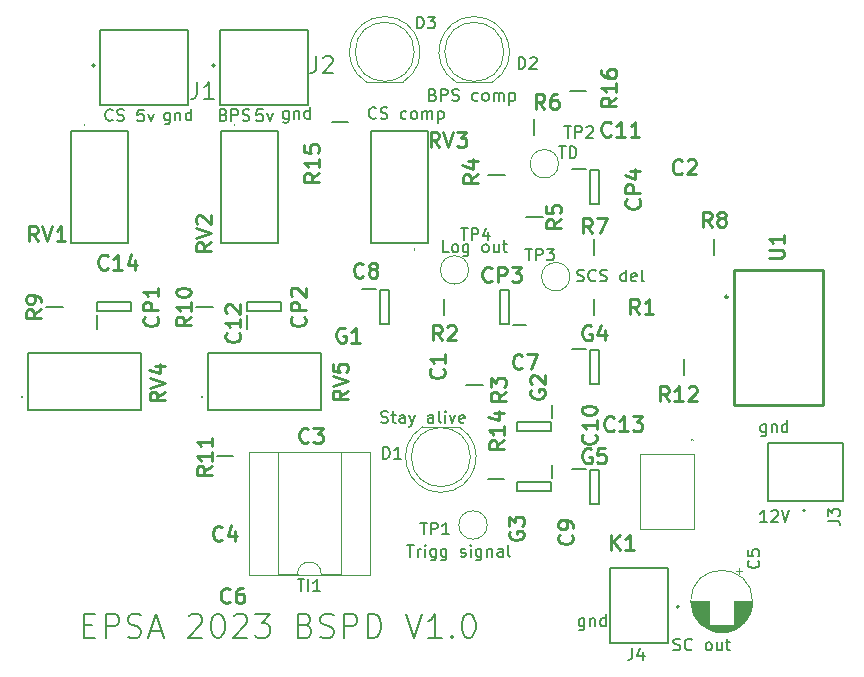
<source format=gbr>
%TF.GenerationSoftware,KiCad,Pcbnew,(6.0.8)*%
%TF.CreationDate,2023-01-11T15:29:57+01:00*%
%TF.ProjectId,BSPD,42535044-2e6b-4696-9361-645f70636258,rev?*%
%TF.SameCoordinates,Original*%
%TF.FileFunction,Legend,Top*%
%TF.FilePolarity,Positive*%
%FSLAX46Y46*%
G04 Gerber Fmt 4.6, Leading zero omitted, Abs format (unit mm)*
G04 Created by KiCad (PCBNEW (6.0.8)) date 2023-01-11 15:29:57*
%MOMM*%
%LPD*%
G01*
G04 APERTURE LIST*
%ADD10C,0.150000*%
%ADD11C,0.200000*%
%ADD12C,0.254000*%
%ADD13C,0.127000*%
%ADD14C,0.100000*%
%ADD15C,0.120000*%
G04 APERTURE END LIST*
D10*
X119237142Y-74732534D02*
X118760952Y-74732534D01*
X118713333Y-75208725D01*
X118760952Y-75161106D01*
X118856190Y-75113487D01*
X119094285Y-75113487D01*
X119189523Y-75161106D01*
X119237142Y-75208725D01*
X119284761Y-75303963D01*
X119284761Y-75542058D01*
X119237142Y-75637296D01*
X119189523Y-75684915D01*
X119094285Y-75732534D01*
X118856190Y-75732534D01*
X118760952Y-75684915D01*
X118713333Y-75637296D01*
X119618095Y-75065868D02*
X119856190Y-75732534D01*
X120094285Y-75065868D01*
X154030419Y-120476664D02*
X154173276Y-120524283D01*
X154411371Y-120524283D01*
X154506609Y-120476664D01*
X154554228Y-120429045D01*
X154601847Y-120333807D01*
X154601847Y-120238569D01*
X154554228Y-120143331D01*
X154506609Y-120095712D01*
X154411371Y-120048093D01*
X154220895Y-120000474D01*
X154125657Y-119952855D01*
X154078038Y-119905236D01*
X154030419Y-119809998D01*
X154030419Y-119714760D01*
X154078038Y-119619522D01*
X154125657Y-119571903D01*
X154220895Y-119524283D01*
X154458990Y-119524283D01*
X154601847Y-119571903D01*
X155601847Y-120429045D02*
X155554228Y-120476664D01*
X155411371Y-120524283D01*
X155316133Y-120524283D01*
X155173276Y-120476664D01*
X155078038Y-120381426D01*
X155030419Y-120286188D01*
X154982800Y-120095712D01*
X154982800Y-119952855D01*
X155030419Y-119762379D01*
X155078038Y-119667141D01*
X155173276Y-119571903D01*
X155316133Y-119524283D01*
X155411371Y-119524283D01*
X155554228Y-119571903D01*
X155601847Y-119619522D01*
X156935181Y-120524283D02*
X156839942Y-120476664D01*
X156792323Y-120429045D01*
X156744704Y-120333807D01*
X156744704Y-120048093D01*
X156792323Y-119952855D01*
X156839942Y-119905236D01*
X156935181Y-119857617D01*
X157078038Y-119857617D01*
X157173276Y-119905236D01*
X157220895Y-119952855D01*
X157268514Y-120048093D01*
X157268514Y-120333807D01*
X157220895Y-120429045D01*
X157173276Y-120476664D01*
X157078038Y-120524283D01*
X156935181Y-120524283D01*
X158125657Y-119857617D02*
X158125657Y-120524283D01*
X157697085Y-119857617D02*
X157697085Y-120381426D01*
X157744704Y-120476664D01*
X157839942Y-120524283D01*
X157982800Y-120524283D01*
X158078038Y-120476664D01*
X158125657Y-120429045D01*
X158458990Y-119857617D02*
X158839942Y-119857617D01*
X158601847Y-119524283D02*
X158601847Y-120381426D01*
X158649466Y-120476664D01*
X158744704Y-120524283D01*
X158839942Y-120524283D01*
X161869523Y-101385714D02*
X161869523Y-102195238D01*
X161821904Y-102290476D01*
X161774285Y-102338095D01*
X161679047Y-102385714D01*
X161536190Y-102385714D01*
X161440952Y-102338095D01*
X161869523Y-102004761D02*
X161774285Y-102052380D01*
X161583809Y-102052380D01*
X161488571Y-102004761D01*
X161440952Y-101957142D01*
X161393333Y-101861904D01*
X161393333Y-101576190D01*
X161440952Y-101480952D01*
X161488571Y-101433333D01*
X161583809Y-101385714D01*
X161774285Y-101385714D01*
X161869523Y-101433333D01*
X162345714Y-101385714D02*
X162345714Y-102052380D01*
X162345714Y-101480952D02*
X162393333Y-101433333D01*
X162488571Y-101385714D01*
X162631428Y-101385714D01*
X162726666Y-101433333D01*
X162774285Y-101528571D01*
X162774285Y-102052380D01*
X163679047Y-102052380D02*
X163679047Y-101052380D01*
X163679047Y-102004761D02*
X163583809Y-102052380D01*
X163393333Y-102052380D01*
X163298095Y-102004761D01*
X163250476Y-101957142D01*
X163202857Y-101861904D01*
X163202857Y-101576190D01*
X163250476Y-101480952D01*
X163298095Y-101433333D01*
X163393333Y-101385714D01*
X163583809Y-101385714D01*
X163679047Y-101433333D01*
X128843528Y-75431936D02*
X128795909Y-75479555D01*
X128653052Y-75527174D01*
X128557814Y-75527174D01*
X128414957Y-75479555D01*
X128319719Y-75384317D01*
X128272100Y-75289079D01*
X128224481Y-75098603D01*
X128224481Y-74955746D01*
X128272100Y-74765270D01*
X128319719Y-74670032D01*
X128414957Y-74574794D01*
X128557814Y-74527174D01*
X128653052Y-74527174D01*
X128795909Y-74574794D01*
X128843528Y-74622413D01*
X129224481Y-75479555D02*
X129367338Y-75527174D01*
X129605433Y-75527174D01*
X129700671Y-75479555D01*
X129748290Y-75431936D01*
X129795909Y-75336698D01*
X129795909Y-75241460D01*
X129748290Y-75146222D01*
X129700671Y-75098603D01*
X129605433Y-75050984D01*
X129414957Y-75003365D01*
X129319719Y-74955746D01*
X129272100Y-74908127D01*
X129224481Y-74812889D01*
X129224481Y-74717651D01*
X129272100Y-74622413D01*
X129319719Y-74574794D01*
X129414957Y-74527174D01*
X129653052Y-74527174D01*
X129795909Y-74574794D01*
X131414957Y-75479555D02*
X131319719Y-75527174D01*
X131129243Y-75527174D01*
X131034005Y-75479555D01*
X130986386Y-75431936D01*
X130938767Y-75336698D01*
X130938767Y-75050984D01*
X130986386Y-74955746D01*
X131034005Y-74908127D01*
X131129243Y-74860508D01*
X131319719Y-74860508D01*
X131414957Y-74908127D01*
X131986386Y-75527174D02*
X131891148Y-75479555D01*
X131843528Y-75431936D01*
X131795909Y-75336698D01*
X131795909Y-75050984D01*
X131843528Y-74955746D01*
X131891148Y-74908127D01*
X131986386Y-74860508D01*
X132129243Y-74860508D01*
X132224481Y-74908127D01*
X132272100Y-74955746D01*
X132319719Y-75050984D01*
X132319719Y-75336698D01*
X132272100Y-75431936D01*
X132224481Y-75479555D01*
X132129243Y-75527174D01*
X131986386Y-75527174D01*
X132748290Y-75527174D02*
X132748290Y-74860508D01*
X132748290Y-74955746D02*
X132795909Y-74908127D01*
X132891148Y-74860508D01*
X133034005Y-74860508D01*
X133129243Y-74908127D01*
X133176862Y-75003365D01*
X133176862Y-75527174D01*
X133176862Y-75003365D02*
X133224481Y-74908127D01*
X133319719Y-74860508D01*
X133462576Y-74860508D01*
X133557814Y-74908127D01*
X133605433Y-75003365D01*
X133605433Y-75527174D01*
X134081624Y-74860508D02*
X134081624Y-75860508D01*
X134081624Y-74908127D02*
X134176862Y-74860508D01*
X134367338Y-74860508D01*
X134462576Y-74908127D01*
X134510195Y-74955746D01*
X134557814Y-75050984D01*
X134557814Y-75336698D01*
X134510195Y-75431936D01*
X134462576Y-75479555D01*
X134367338Y-75527174D01*
X134176862Y-75527174D01*
X134081624Y-75479555D01*
X129267443Y-101224568D02*
X129410301Y-101272187D01*
X129648396Y-101272187D01*
X129743634Y-101224568D01*
X129791253Y-101176949D01*
X129838872Y-101081711D01*
X129838872Y-100986473D01*
X129791253Y-100891235D01*
X129743634Y-100843616D01*
X129648396Y-100795997D01*
X129457920Y-100748378D01*
X129362682Y-100700759D01*
X129315063Y-100653140D01*
X129267443Y-100557902D01*
X129267443Y-100462664D01*
X129315063Y-100367426D01*
X129362682Y-100319807D01*
X129457920Y-100272187D01*
X129696015Y-100272187D01*
X129838872Y-100319807D01*
X130124586Y-100605521D02*
X130505539Y-100605521D01*
X130267443Y-100272187D02*
X130267443Y-101129330D01*
X130315063Y-101224568D01*
X130410301Y-101272187D01*
X130505539Y-101272187D01*
X131267443Y-101272187D02*
X131267443Y-100748378D01*
X131219824Y-100653140D01*
X131124586Y-100605521D01*
X130934110Y-100605521D01*
X130838872Y-100653140D01*
X131267443Y-101224568D02*
X131172205Y-101272187D01*
X130934110Y-101272187D01*
X130838872Y-101224568D01*
X130791253Y-101129330D01*
X130791253Y-101034092D01*
X130838872Y-100938854D01*
X130934110Y-100891235D01*
X131172205Y-100891235D01*
X131267443Y-100843616D01*
X131648396Y-100605521D02*
X131886491Y-101272187D01*
X132124586Y-100605521D02*
X131886491Y-101272187D01*
X131791253Y-101510283D01*
X131743634Y-101557902D01*
X131648396Y-101605521D01*
X133696015Y-101272187D02*
X133696015Y-100748378D01*
X133648396Y-100653140D01*
X133553158Y-100605521D01*
X133362682Y-100605521D01*
X133267443Y-100653140D01*
X133696015Y-101224568D02*
X133600777Y-101272187D01*
X133362682Y-101272187D01*
X133267443Y-101224568D01*
X133219824Y-101129330D01*
X133219824Y-101034092D01*
X133267443Y-100938854D01*
X133362682Y-100891235D01*
X133600777Y-100891235D01*
X133696015Y-100843616D01*
X134315063Y-101272187D02*
X134219824Y-101224568D01*
X134172205Y-101129330D01*
X134172205Y-100272187D01*
X134696015Y-101272187D02*
X134696015Y-100605521D01*
X134696015Y-100272187D02*
X134648396Y-100319807D01*
X134696015Y-100367426D01*
X134743634Y-100319807D01*
X134696015Y-100272187D01*
X134696015Y-100367426D01*
X135076967Y-100605521D02*
X135315063Y-101272187D01*
X135553158Y-100605521D01*
X136315063Y-101224568D02*
X136219824Y-101272187D01*
X136029348Y-101272187D01*
X135934110Y-101224568D01*
X135886491Y-101129330D01*
X135886491Y-100748378D01*
X135934110Y-100653140D01*
X136029348Y-100605521D01*
X136219824Y-100605521D01*
X136315063Y-100653140D01*
X136362682Y-100748378D01*
X136362682Y-100843616D01*
X135886491Y-100938854D01*
X106538617Y-75606163D02*
X106490998Y-75653782D01*
X106348141Y-75701401D01*
X106252903Y-75701401D01*
X106110045Y-75653782D01*
X106014807Y-75558544D01*
X105967188Y-75463306D01*
X105919569Y-75272830D01*
X105919569Y-75129973D01*
X105967188Y-74939497D01*
X106014807Y-74844259D01*
X106110045Y-74749021D01*
X106252903Y-74701401D01*
X106348141Y-74701401D01*
X106490998Y-74749021D01*
X106538617Y-74796640D01*
X106919569Y-75653782D02*
X107062426Y-75701401D01*
X107300522Y-75701401D01*
X107395760Y-75653782D01*
X107443379Y-75606163D01*
X107490998Y-75510925D01*
X107490998Y-75415687D01*
X107443379Y-75320449D01*
X107395760Y-75272830D01*
X107300522Y-75225211D01*
X107110045Y-75177592D01*
X107014807Y-75129973D01*
X106967188Y-75082354D01*
X106919569Y-74987116D01*
X106919569Y-74891878D01*
X106967188Y-74796640D01*
X107014807Y-74749021D01*
X107110045Y-74701401D01*
X107348141Y-74701401D01*
X107490998Y-74749021D01*
X115935238Y-75186649D02*
X116078095Y-75234268D01*
X116125714Y-75281887D01*
X116173333Y-75377125D01*
X116173333Y-75519982D01*
X116125714Y-75615220D01*
X116078095Y-75662839D01*
X115982857Y-75710458D01*
X115601904Y-75710458D01*
X115601904Y-74710458D01*
X115935238Y-74710458D01*
X116030476Y-74758078D01*
X116078095Y-74805697D01*
X116125714Y-74900935D01*
X116125714Y-74996173D01*
X116078095Y-75091411D01*
X116030476Y-75139030D01*
X115935238Y-75186649D01*
X115601904Y-75186649D01*
X116601904Y-75710458D02*
X116601904Y-74710458D01*
X116982857Y-74710458D01*
X117078095Y-74758078D01*
X117125714Y-74805697D01*
X117173333Y-74900935D01*
X117173333Y-75043792D01*
X117125714Y-75139030D01*
X117078095Y-75186649D01*
X116982857Y-75234268D01*
X116601904Y-75234268D01*
X117554285Y-75662839D02*
X117697142Y-75710458D01*
X117935238Y-75710458D01*
X118030476Y-75662839D01*
X118078095Y-75615220D01*
X118125714Y-75519982D01*
X118125714Y-75424744D01*
X118078095Y-75329506D01*
X118030476Y-75281887D01*
X117935238Y-75234268D01*
X117744761Y-75186649D01*
X117649523Y-75139030D01*
X117601904Y-75091411D01*
X117554285Y-74996173D01*
X117554285Y-74900935D01*
X117601904Y-74805697D01*
X117649523Y-74758078D01*
X117744761Y-74710458D01*
X117982857Y-74710458D01*
X118125714Y-74758078D01*
X144321104Y-77865278D02*
X144892533Y-77865278D01*
X144606819Y-78865278D02*
X144606819Y-77865278D01*
X145225866Y-78865278D02*
X145225866Y-77865278D01*
X145463961Y-77865278D01*
X145606819Y-77912898D01*
X145702057Y-78008136D01*
X145749676Y-78103374D01*
X145797295Y-78293850D01*
X145797295Y-78436707D01*
X145749676Y-78627183D01*
X145702057Y-78722421D01*
X145606819Y-78817659D01*
X145463961Y-78865278D01*
X145225866Y-78865278D01*
X109157711Y-74750648D02*
X108681521Y-74750648D01*
X108633902Y-75226839D01*
X108681521Y-75179220D01*
X108776759Y-75131601D01*
X109014854Y-75131601D01*
X109110092Y-75179220D01*
X109157711Y-75226839D01*
X109205330Y-75322077D01*
X109205330Y-75560172D01*
X109157711Y-75655410D01*
X109110092Y-75703029D01*
X109014854Y-75750648D01*
X108776759Y-75750648D01*
X108681521Y-75703029D01*
X108633902Y-75655410D01*
X109538664Y-75083982D02*
X109776759Y-75750648D01*
X110014854Y-75083982D01*
X131475762Y-111581177D02*
X132047191Y-111581177D01*
X131761476Y-112581177D02*
X131761476Y-111581177D01*
X132380524Y-112581177D02*
X132380524Y-111914511D01*
X132380524Y-112104987D02*
X132428143Y-112009749D01*
X132475762Y-111962130D01*
X132571000Y-111914511D01*
X132666238Y-111914511D01*
X132999572Y-112581177D02*
X132999572Y-111914511D01*
X132999572Y-111581177D02*
X132951953Y-111628797D01*
X132999572Y-111676416D01*
X133047191Y-111628797D01*
X132999572Y-111581177D01*
X132999572Y-111676416D01*
X133904334Y-111914511D02*
X133904334Y-112724035D01*
X133856715Y-112819273D01*
X133809095Y-112866892D01*
X133713857Y-112914511D01*
X133571000Y-112914511D01*
X133475762Y-112866892D01*
X133904334Y-112533558D02*
X133809095Y-112581177D01*
X133618619Y-112581177D01*
X133523381Y-112533558D01*
X133475762Y-112485939D01*
X133428143Y-112390701D01*
X133428143Y-112104987D01*
X133475762Y-112009749D01*
X133523381Y-111962130D01*
X133618619Y-111914511D01*
X133809095Y-111914511D01*
X133904334Y-111962130D01*
X134809095Y-111914511D02*
X134809095Y-112724035D01*
X134761476Y-112819273D01*
X134713857Y-112866892D01*
X134618619Y-112914511D01*
X134475762Y-112914511D01*
X134380524Y-112866892D01*
X134809095Y-112533558D02*
X134713857Y-112581177D01*
X134523381Y-112581177D01*
X134428143Y-112533558D01*
X134380524Y-112485939D01*
X134332905Y-112390701D01*
X134332905Y-112104987D01*
X134380524Y-112009749D01*
X134428143Y-111962130D01*
X134523381Y-111914511D01*
X134713857Y-111914511D01*
X134809095Y-111962130D01*
X135999572Y-112533558D02*
X136094810Y-112581177D01*
X136285286Y-112581177D01*
X136380524Y-112533558D01*
X136428143Y-112438320D01*
X136428143Y-112390701D01*
X136380524Y-112295463D01*
X136285286Y-112247844D01*
X136142429Y-112247844D01*
X136047191Y-112200225D01*
X135999572Y-112104987D01*
X135999572Y-112057368D01*
X136047191Y-111962130D01*
X136142429Y-111914511D01*
X136285286Y-111914511D01*
X136380524Y-111962130D01*
X136856715Y-112581177D02*
X136856715Y-111914511D01*
X136856715Y-111581177D02*
X136809095Y-111628797D01*
X136856715Y-111676416D01*
X136904334Y-111628797D01*
X136856715Y-111581177D01*
X136856715Y-111676416D01*
X137761476Y-111914511D02*
X137761476Y-112724035D01*
X137713857Y-112819273D01*
X137666238Y-112866892D01*
X137571000Y-112914511D01*
X137428143Y-112914511D01*
X137332905Y-112866892D01*
X137761476Y-112533558D02*
X137666238Y-112581177D01*
X137475762Y-112581177D01*
X137380524Y-112533558D01*
X137332905Y-112485939D01*
X137285286Y-112390701D01*
X137285286Y-112104987D01*
X137332905Y-112009749D01*
X137380524Y-111962130D01*
X137475762Y-111914511D01*
X137666238Y-111914511D01*
X137761476Y-111962130D01*
X138237667Y-111914511D02*
X138237667Y-112581177D01*
X138237667Y-112009749D02*
X138285286Y-111962130D01*
X138380524Y-111914511D01*
X138523381Y-111914511D01*
X138618619Y-111962130D01*
X138666238Y-112057368D01*
X138666238Y-112581177D01*
X139571000Y-112581177D02*
X139571000Y-112057368D01*
X139523381Y-111962130D01*
X139428143Y-111914511D01*
X139237667Y-111914511D01*
X139142429Y-111962130D01*
X139571000Y-112533558D02*
X139475762Y-112581177D01*
X139237667Y-112581177D01*
X139142429Y-112533558D01*
X139094810Y-112438320D01*
X139094810Y-112343082D01*
X139142429Y-112247844D01*
X139237667Y-112200225D01*
X139475762Y-112200225D01*
X139571000Y-112152606D01*
X140190048Y-112581177D02*
X140094810Y-112533558D01*
X140047191Y-112438320D01*
X140047191Y-111581177D01*
X133666233Y-73470476D02*
X133809090Y-73518095D01*
X133856709Y-73565714D01*
X133904328Y-73660952D01*
X133904328Y-73803809D01*
X133856709Y-73899047D01*
X133809090Y-73946666D01*
X133713852Y-73994285D01*
X133332900Y-73994285D01*
X133332900Y-72994285D01*
X133666233Y-72994285D01*
X133761471Y-73041905D01*
X133809090Y-73089524D01*
X133856709Y-73184762D01*
X133856709Y-73280000D01*
X133809090Y-73375238D01*
X133761471Y-73422857D01*
X133666233Y-73470476D01*
X133332900Y-73470476D01*
X134332900Y-73994285D02*
X134332900Y-72994285D01*
X134713852Y-72994285D01*
X134809090Y-73041905D01*
X134856709Y-73089524D01*
X134904328Y-73184762D01*
X134904328Y-73327619D01*
X134856709Y-73422857D01*
X134809090Y-73470476D01*
X134713852Y-73518095D01*
X134332900Y-73518095D01*
X135285281Y-73946666D02*
X135428138Y-73994285D01*
X135666233Y-73994285D01*
X135761471Y-73946666D01*
X135809090Y-73899047D01*
X135856709Y-73803809D01*
X135856709Y-73708571D01*
X135809090Y-73613333D01*
X135761471Y-73565714D01*
X135666233Y-73518095D01*
X135475757Y-73470476D01*
X135380519Y-73422857D01*
X135332900Y-73375238D01*
X135285281Y-73280000D01*
X135285281Y-73184762D01*
X135332900Y-73089524D01*
X135380519Y-73041905D01*
X135475757Y-72994285D01*
X135713852Y-72994285D01*
X135856709Y-73041905D01*
X137475757Y-73946666D02*
X137380519Y-73994285D01*
X137190043Y-73994285D01*
X137094805Y-73946666D01*
X137047186Y-73899047D01*
X136999567Y-73803809D01*
X136999567Y-73518095D01*
X137047186Y-73422857D01*
X137094805Y-73375238D01*
X137190043Y-73327619D01*
X137380519Y-73327619D01*
X137475757Y-73375238D01*
X138047186Y-73994285D02*
X137951948Y-73946666D01*
X137904328Y-73899047D01*
X137856709Y-73803809D01*
X137856709Y-73518095D01*
X137904328Y-73422857D01*
X137951948Y-73375238D01*
X138047186Y-73327619D01*
X138190043Y-73327619D01*
X138285281Y-73375238D01*
X138332900Y-73422857D01*
X138380519Y-73518095D01*
X138380519Y-73803809D01*
X138332900Y-73899047D01*
X138285281Y-73946666D01*
X138190043Y-73994285D01*
X138047186Y-73994285D01*
X138809090Y-73994285D02*
X138809090Y-73327619D01*
X138809090Y-73422857D02*
X138856709Y-73375238D01*
X138951948Y-73327619D01*
X139094805Y-73327619D01*
X139190043Y-73375238D01*
X139237662Y-73470476D01*
X139237662Y-73994285D01*
X139237662Y-73470476D02*
X139285281Y-73375238D01*
X139380519Y-73327619D01*
X139523376Y-73327619D01*
X139618614Y-73375238D01*
X139666233Y-73470476D01*
X139666233Y-73994285D01*
X140142424Y-73327619D02*
X140142424Y-74327619D01*
X140142424Y-73375238D02*
X140237662Y-73327619D01*
X140428138Y-73327619D01*
X140523376Y-73375238D01*
X140570995Y-73422857D01*
X140618614Y-73518095D01*
X140618614Y-73803809D01*
X140570995Y-73899047D01*
X140523376Y-73946666D01*
X140428138Y-73994285D01*
X140237662Y-73994285D01*
X140142424Y-73946666D01*
X145872681Y-89236505D02*
X146015538Y-89284124D01*
X146253634Y-89284124D01*
X146348872Y-89236505D01*
X146396491Y-89188886D01*
X146444110Y-89093648D01*
X146444110Y-88998410D01*
X146396491Y-88903172D01*
X146348872Y-88855553D01*
X146253634Y-88807934D01*
X146063157Y-88760315D01*
X145967919Y-88712696D01*
X145920300Y-88665077D01*
X145872681Y-88569839D01*
X145872681Y-88474601D01*
X145920300Y-88379363D01*
X145967919Y-88331744D01*
X146063157Y-88284124D01*
X146301253Y-88284124D01*
X146444110Y-88331744D01*
X147444110Y-89188886D02*
X147396491Y-89236505D01*
X147253634Y-89284124D01*
X147158396Y-89284124D01*
X147015538Y-89236505D01*
X146920300Y-89141267D01*
X146872681Y-89046029D01*
X146825062Y-88855553D01*
X146825062Y-88712696D01*
X146872681Y-88522220D01*
X146920300Y-88426982D01*
X147015538Y-88331744D01*
X147158396Y-88284124D01*
X147253634Y-88284124D01*
X147396491Y-88331744D01*
X147444110Y-88379363D01*
X147825062Y-89236505D02*
X147967919Y-89284124D01*
X148206015Y-89284124D01*
X148301253Y-89236505D01*
X148348872Y-89188886D01*
X148396491Y-89093648D01*
X148396491Y-88998410D01*
X148348872Y-88903172D01*
X148301253Y-88855553D01*
X148206015Y-88807934D01*
X148015538Y-88760315D01*
X147920300Y-88712696D01*
X147872681Y-88665077D01*
X147825062Y-88569839D01*
X147825062Y-88474601D01*
X147872681Y-88379363D01*
X147920300Y-88331744D01*
X148015538Y-88284124D01*
X148253634Y-88284124D01*
X148396491Y-88331744D01*
X150015538Y-89284124D02*
X150015538Y-88284124D01*
X150015538Y-89236505D02*
X149920300Y-89284124D01*
X149729824Y-89284124D01*
X149634586Y-89236505D01*
X149586967Y-89188886D01*
X149539348Y-89093648D01*
X149539348Y-88807934D01*
X149586967Y-88712696D01*
X149634586Y-88665077D01*
X149729824Y-88617458D01*
X149920300Y-88617458D01*
X150015538Y-88665077D01*
X150872681Y-89236505D02*
X150777443Y-89284124D01*
X150586967Y-89284124D01*
X150491729Y-89236505D01*
X150444110Y-89141267D01*
X150444110Y-88760315D01*
X150491729Y-88665077D01*
X150586967Y-88617458D01*
X150777443Y-88617458D01*
X150872681Y-88665077D01*
X150920300Y-88760315D01*
X150920300Y-88855553D01*
X150444110Y-88950791D01*
X151491729Y-89284124D02*
X151396491Y-89236505D01*
X151348872Y-89141267D01*
X151348872Y-88284124D01*
X146492725Y-117821230D02*
X146492725Y-118630754D01*
X146445106Y-118725992D01*
X146397487Y-118773611D01*
X146302249Y-118821230D01*
X146159392Y-118821230D01*
X146064154Y-118773611D01*
X146492725Y-118440277D02*
X146397487Y-118487896D01*
X146207011Y-118487896D01*
X146111773Y-118440277D01*
X146064154Y-118392658D01*
X146016535Y-118297420D01*
X146016535Y-118011706D01*
X146064154Y-117916468D01*
X146111773Y-117868849D01*
X146207011Y-117821230D01*
X146397487Y-117821230D01*
X146492725Y-117868849D01*
X146968916Y-117821230D02*
X146968916Y-118487896D01*
X146968916Y-117916468D02*
X147016535Y-117868849D01*
X147111773Y-117821230D01*
X147254630Y-117821230D01*
X147349868Y-117868849D01*
X147397487Y-117964087D01*
X147397487Y-118487896D01*
X148302249Y-118487896D02*
X148302249Y-117487896D01*
X148302249Y-118440277D02*
X148207011Y-118487896D01*
X148016535Y-118487896D01*
X147921297Y-118440277D01*
X147873678Y-118392658D01*
X147826059Y-118297420D01*
X147826059Y-118011706D01*
X147873678Y-117916468D01*
X147921297Y-117868849D01*
X148016535Y-117821230D01*
X148207011Y-117821230D01*
X148302249Y-117868849D01*
X111381515Y-74993412D02*
X111381515Y-75802936D01*
X111333896Y-75898174D01*
X111286277Y-75945793D01*
X111191039Y-75993412D01*
X111048182Y-75993412D01*
X110952944Y-75945793D01*
X111381515Y-75612459D02*
X111286277Y-75660078D01*
X111095801Y-75660078D01*
X111000563Y-75612459D01*
X110952944Y-75564840D01*
X110905325Y-75469602D01*
X110905325Y-75183888D01*
X110952944Y-75088650D01*
X111000563Y-75041031D01*
X111095801Y-74993412D01*
X111286277Y-74993412D01*
X111381515Y-75041031D01*
X111857706Y-74993412D02*
X111857706Y-75660078D01*
X111857706Y-75088650D02*
X111905325Y-75041031D01*
X112000563Y-74993412D01*
X112143420Y-74993412D01*
X112238658Y-75041031D01*
X112286277Y-75136269D01*
X112286277Y-75660078D01*
X113191039Y-75660078D02*
X113191039Y-74660078D01*
X113191039Y-75612459D02*
X113095801Y-75660078D01*
X112905325Y-75660078D01*
X112810087Y-75612459D01*
X112762468Y-75564840D01*
X112714849Y-75469602D01*
X112714849Y-75183888D01*
X112762468Y-75088650D01*
X112810087Y-75041031D01*
X112905325Y-74993412D01*
X113095801Y-74993412D01*
X113191039Y-75041031D01*
D11*
X104130803Y-118410056D02*
X104797470Y-118410056D01*
X105083184Y-119457675D02*
X104130803Y-119457675D01*
X104130803Y-117457675D01*
X105083184Y-117457675D01*
X105940327Y-119457675D02*
X105940327Y-117457675D01*
X106702232Y-117457675D01*
X106892708Y-117552914D01*
X106987946Y-117648152D01*
X107083184Y-117838628D01*
X107083184Y-118124342D01*
X106987946Y-118314818D01*
X106892708Y-118410056D01*
X106702232Y-118505294D01*
X105940327Y-118505294D01*
X107845089Y-119362437D02*
X108130803Y-119457675D01*
X108606993Y-119457675D01*
X108797470Y-119362437D01*
X108892708Y-119267199D01*
X108987946Y-119076723D01*
X108987946Y-118886247D01*
X108892708Y-118695771D01*
X108797470Y-118600533D01*
X108606993Y-118505294D01*
X108226041Y-118410056D01*
X108035565Y-118314818D01*
X107940327Y-118219580D01*
X107845089Y-118029104D01*
X107845089Y-117838628D01*
X107940327Y-117648152D01*
X108035565Y-117552914D01*
X108226041Y-117457675D01*
X108702232Y-117457675D01*
X108987946Y-117552914D01*
X109749851Y-118886247D02*
X110702232Y-118886247D01*
X109559374Y-119457675D02*
X110226041Y-117457675D01*
X110892708Y-119457675D01*
X112987946Y-117648152D02*
X113083184Y-117552914D01*
X113273660Y-117457675D01*
X113749851Y-117457675D01*
X113940327Y-117552914D01*
X114035565Y-117648152D01*
X114130803Y-117838628D01*
X114130803Y-118029104D01*
X114035565Y-118314818D01*
X112892708Y-119457675D01*
X114130803Y-119457675D01*
X115368898Y-117457675D02*
X115559374Y-117457675D01*
X115749851Y-117552914D01*
X115845089Y-117648152D01*
X115940327Y-117838628D01*
X116035565Y-118219580D01*
X116035565Y-118695771D01*
X115940327Y-119076723D01*
X115845089Y-119267199D01*
X115749851Y-119362437D01*
X115559374Y-119457675D01*
X115368898Y-119457675D01*
X115178422Y-119362437D01*
X115083184Y-119267199D01*
X114987946Y-119076723D01*
X114892708Y-118695771D01*
X114892708Y-118219580D01*
X114987946Y-117838628D01*
X115083184Y-117648152D01*
X115178422Y-117552914D01*
X115368898Y-117457675D01*
X116797470Y-117648152D02*
X116892708Y-117552914D01*
X117083184Y-117457675D01*
X117559374Y-117457675D01*
X117749851Y-117552914D01*
X117845089Y-117648152D01*
X117940327Y-117838628D01*
X117940327Y-118029104D01*
X117845089Y-118314818D01*
X116702232Y-119457675D01*
X117940327Y-119457675D01*
X118606993Y-117457675D02*
X119845089Y-117457675D01*
X119178422Y-118219580D01*
X119464136Y-118219580D01*
X119654613Y-118314818D01*
X119749851Y-118410056D01*
X119845089Y-118600533D01*
X119845089Y-119076723D01*
X119749851Y-119267199D01*
X119654613Y-119362437D01*
X119464136Y-119457675D01*
X118892708Y-119457675D01*
X118702232Y-119362437D01*
X118606993Y-119267199D01*
X122892708Y-118410056D02*
X123178422Y-118505294D01*
X123273660Y-118600533D01*
X123368898Y-118791009D01*
X123368898Y-119076723D01*
X123273660Y-119267199D01*
X123178422Y-119362437D01*
X122987946Y-119457675D01*
X122226041Y-119457675D01*
X122226041Y-117457675D01*
X122892708Y-117457675D01*
X123083184Y-117552914D01*
X123178422Y-117648152D01*
X123273660Y-117838628D01*
X123273660Y-118029104D01*
X123178422Y-118219580D01*
X123083184Y-118314818D01*
X122892708Y-118410056D01*
X122226041Y-118410056D01*
X124130803Y-119362437D02*
X124416517Y-119457675D01*
X124892708Y-119457675D01*
X125083184Y-119362437D01*
X125178422Y-119267199D01*
X125273660Y-119076723D01*
X125273660Y-118886247D01*
X125178422Y-118695771D01*
X125083184Y-118600533D01*
X124892708Y-118505294D01*
X124511755Y-118410056D01*
X124321279Y-118314818D01*
X124226041Y-118219580D01*
X124130803Y-118029104D01*
X124130803Y-117838628D01*
X124226041Y-117648152D01*
X124321279Y-117552914D01*
X124511755Y-117457675D01*
X124987946Y-117457675D01*
X125273660Y-117552914D01*
X126130803Y-119457675D02*
X126130803Y-117457675D01*
X126892708Y-117457675D01*
X127083184Y-117552914D01*
X127178422Y-117648152D01*
X127273660Y-117838628D01*
X127273660Y-118124342D01*
X127178422Y-118314818D01*
X127083184Y-118410056D01*
X126892708Y-118505294D01*
X126130803Y-118505294D01*
X128130803Y-119457675D02*
X128130803Y-117457675D01*
X128606993Y-117457675D01*
X128892708Y-117552914D01*
X129083184Y-117743390D01*
X129178422Y-117933866D01*
X129273660Y-118314818D01*
X129273660Y-118600533D01*
X129178422Y-118981485D01*
X129083184Y-119171961D01*
X128892708Y-119362437D01*
X128606993Y-119457675D01*
X128130803Y-119457675D01*
X131368898Y-117457675D02*
X132035565Y-119457675D01*
X132702232Y-117457675D01*
X134416517Y-119457675D02*
X133273660Y-119457675D01*
X133845089Y-119457675D02*
X133845089Y-117457675D01*
X133654613Y-117743390D01*
X133464136Y-117933866D01*
X133273660Y-118029104D01*
X135273660Y-119267199D02*
X135368898Y-119362437D01*
X135273660Y-119457675D01*
X135178422Y-119362437D01*
X135273660Y-119267199D01*
X135273660Y-119457675D01*
X136606993Y-117457675D02*
X136797470Y-117457675D01*
X136987946Y-117552914D01*
X137083184Y-117648152D01*
X137178422Y-117838628D01*
X137273660Y-118219580D01*
X137273660Y-118695771D01*
X137178422Y-119076723D01*
X137083184Y-119267199D01*
X136987946Y-119362437D01*
X136797470Y-119457675D01*
X136606993Y-119457675D01*
X136416517Y-119362437D01*
X136321279Y-119267199D01*
X136226041Y-119076723D01*
X136130803Y-118695771D01*
X136130803Y-118219580D01*
X136226041Y-117838628D01*
X136321279Y-117648152D01*
X136416517Y-117552914D01*
X136606993Y-117457675D01*
D10*
X121434718Y-74848501D02*
X121434718Y-75658025D01*
X121387099Y-75753263D01*
X121339480Y-75800882D01*
X121244242Y-75848501D01*
X121101385Y-75848501D01*
X121006147Y-75800882D01*
X121434718Y-75467548D02*
X121339480Y-75515167D01*
X121149004Y-75515167D01*
X121053766Y-75467548D01*
X121006147Y-75419929D01*
X120958528Y-75324691D01*
X120958528Y-75038977D01*
X121006147Y-74943739D01*
X121053766Y-74896120D01*
X121149004Y-74848501D01*
X121339480Y-74848501D01*
X121434718Y-74896120D01*
X121910909Y-74848501D02*
X121910909Y-75515167D01*
X121910909Y-74943739D02*
X121958528Y-74896120D01*
X122053766Y-74848501D01*
X122196623Y-74848501D01*
X122291861Y-74896120D01*
X122339480Y-74991358D01*
X122339480Y-75515167D01*
X123244242Y-75515167D02*
X123244242Y-74515167D01*
X123244242Y-75467548D02*
X123149004Y-75515167D01*
X122958528Y-75515167D01*
X122863290Y-75467548D01*
X122815671Y-75419929D01*
X122768052Y-75324691D01*
X122768052Y-75038977D01*
X122815671Y-74943739D01*
X122863290Y-74896120D01*
X122958528Y-74848501D01*
X123149004Y-74848501D01*
X123244242Y-74896120D01*
X134993333Y-86812380D02*
X134517142Y-86812380D01*
X134517142Y-85812380D01*
X135469523Y-86812380D02*
X135374285Y-86764761D01*
X135326666Y-86717142D01*
X135279047Y-86621904D01*
X135279047Y-86336190D01*
X135326666Y-86240952D01*
X135374285Y-86193333D01*
X135469523Y-86145714D01*
X135612380Y-86145714D01*
X135707619Y-86193333D01*
X135755238Y-86240952D01*
X135802857Y-86336190D01*
X135802857Y-86621904D01*
X135755238Y-86717142D01*
X135707619Y-86764761D01*
X135612380Y-86812380D01*
X135469523Y-86812380D01*
X136660000Y-86145714D02*
X136660000Y-86955238D01*
X136612380Y-87050476D01*
X136564761Y-87098095D01*
X136469523Y-87145714D01*
X136326666Y-87145714D01*
X136231428Y-87098095D01*
X136660000Y-86764761D02*
X136564761Y-86812380D01*
X136374285Y-86812380D01*
X136279047Y-86764761D01*
X136231428Y-86717142D01*
X136183809Y-86621904D01*
X136183809Y-86336190D01*
X136231428Y-86240952D01*
X136279047Y-86193333D01*
X136374285Y-86145714D01*
X136564761Y-86145714D01*
X136660000Y-86193333D01*
X138040952Y-86812380D02*
X137945714Y-86764761D01*
X137898095Y-86717142D01*
X137850476Y-86621904D01*
X137850476Y-86336190D01*
X137898095Y-86240952D01*
X137945714Y-86193333D01*
X138040952Y-86145714D01*
X138183809Y-86145714D01*
X138279047Y-86193333D01*
X138326666Y-86240952D01*
X138374285Y-86336190D01*
X138374285Y-86621904D01*
X138326666Y-86717142D01*
X138279047Y-86764761D01*
X138183809Y-86812380D01*
X138040952Y-86812380D01*
X139231428Y-86145714D02*
X139231428Y-86812380D01*
X138802857Y-86145714D02*
X138802857Y-86669523D01*
X138850476Y-86764761D01*
X138945714Y-86812380D01*
X139088571Y-86812380D01*
X139183809Y-86764761D01*
X139231428Y-86717142D01*
X139564761Y-86145714D02*
X139945714Y-86145714D01*
X139707619Y-85812380D02*
X139707619Y-86669523D01*
X139755238Y-86764761D01*
X139850476Y-86812380D01*
X139945714Y-86812380D01*
X161940952Y-109672380D02*
X161369523Y-109672380D01*
X161655238Y-109672380D02*
X161655238Y-108672380D01*
X161560000Y-108815238D01*
X161464761Y-108910476D01*
X161369523Y-108958095D01*
X162321904Y-108767619D02*
X162369523Y-108720000D01*
X162464761Y-108672380D01*
X162702857Y-108672380D01*
X162798095Y-108720000D01*
X162845714Y-108767619D01*
X162893333Y-108862857D01*
X162893333Y-108958095D01*
X162845714Y-109100952D01*
X162274285Y-109672380D01*
X162893333Y-109672380D01*
X163179047Y-108672380D02*
X163512380Y-109672380D01*
X163845714Y-108672380D01*
D12*
%TO.C,R16*%
X149202520Y-73722347D02*
X148597758Y-74145680D01*
X149202520Y-74448061D02*
X147932520Y-74448061D01*
X147932520Y-73964252D01*
X147992997Y-73843299D01*
X148053473Y-73782823D01*
X148174425Y-73722347D01*
X148355854Y-73722347D01*
X148476806Y-73782823D01*
X148537282Y-73843299D01*
X148597758Y-73964252D01*
X148597758Y-74448061D01*
X149202520Y-72512823D02*
X149202520Y-73238538D01*
X149202520Y-72875680D02*
X147932520Y-72875680D01*
X148113949Y-72996633D01*
X148234901Y-73117585D01*
X148295377Y-73238538D01*
X147932520Y-71424252D02*
X147932520Y-71666157D01*
X147992997Y-71787109D01*
X148053473Y-71847585D01*
X148234901Y-71968538D01*
X148476806Y-72029014D01*
X148960616Y-72029014D01*
X149081568Y-71968538D01*
X149142044Y-71908061D01*
X149202520Y-71787109D01*
X149202520Y-71545204D01*
X149142044Y-71424252D01*
X149081568Y-71363776D01*
X148960616Y-71303299D01*
X148658235Y-71303299D01*
X148537282Y-71363776D01*
X148476806Y-71424252D01*
X148416330Y-71545204D01*
X148416330Y-71787109D01*
X148476806Y-71908061D01*
X148537282Y-71968538D01*
X148658235Y-72029014D01*
%TO.C,R15*%
X124021016Y-80114821D02*
X123416254Y-80538154D01*
X124021016Y-80840535D02*
X122751016Y-80840535D01*
X122751016Y-80356726D01*
X122811493Y-80235773D01*
X122871969Y-80175297D01*
X122992921Y-80114821D01*
X123174350Y-80114821D01*
X123295302Y-80175297D01*
X123355778Y-80235773D01*
X123416254Y-80356726D01*
X123416254Y-80840535D01*
X124021016Y-78905297D02*
X124021016Y-79631012D01*
X124021016Y-79268154D02*
X122751016Y-79268154D01*
X122932445Y-79389107D01*
X123053397Y-79510059D01*
X123113873Y-79631012D01*
X122751016Y-77756250D02*
X122751016Y-78361012D01*
X123355778Y-78421488D01*
X123295302Y-78361012D01*
X123234826Y-78240059D01*
X123234826Y-77937678D01*
X123295302Y-77816726D01*
X123355778Y-77756250D01*
X123476731Y-77695773D01*
X123779112Y-77695773D01*
X123900064Y-77756250D01*
X123960540Y-77816726D01*
X124021016Y-77937678D01*
X124021016Y-78240059D01*
X123960540Y-78361012D01*
X123900064Y-78421488D01*
%TO.C,G2*%
X141955201Y-98498998D02*
X141894724Y-98619951D01*
X141894724Y-98801379D01*
X141955201Y-98982808D01*
X142076153Y-99103760D01*
X142197105Y-99164236D01*
X142439010Y-99224713D01*
X142620439Y-99224713D01*
X142862343Y-99164236D01*
X142983296Y-99103760D01*
X143104248Y-98982808D01*
X143164724Y-98801379D01*
X143164724Y-98680427D01*
X143104248Y-98498998D01*
X143043772Y-98438522D01*
X142620439Y-98438522D01*
X142620439Y-98680427D01*
X142015677Y-97954713D02*
X141955201Y-97894236D01*
X141894724Y-97773284D01*
X141894724Y-97470903D01*
X141955201Y-97349951D01*
X142015677Y-97289475D01*
X142136629Y-97228998D01*
X142257581Y-97228998D01*
X142439010Y-97289475D01*
X143164724Y-98015189D01*
X143164724Y-97228998D01*
%TO.C,C7*%
X141217265Y-96597236D02*
X141156789Y-96657712D01*
X140975360Y-96718188D01*
X140854408Y-96718188D01*
X140672979Y-96657712D01*
X140552027Y-96536760D01*
X140491551Y-96415807D01*
X140431074Y-96173903D01*
X140431074Y-95992474D01*
X140491551Y-95750569D01*
X140552027Y-95629617D01*
X140672979Y-95508665D01*
X140854408Y-95448188D01*
X140975360Y-95448188D01*
X141156789Y-95508665D01*
X141217265Y-95569141D01*
X141640598Y-95448188D02*
X142487265Y-95448188D01*
X141942979Y-96718188D01*
%TO.C,G4*%
X147047857Y-93063961D02*
X146926904Y-93003484D01*
X146745476Y-93003484D01*
X146564047Y-93063961D01*
X146443095Y-93184913D01*
X146382619Y-93305865D01*
X146322142Y-93547770D01*
X146322142Y-93729199D01*
X146382619Y-93971103D01*
X146443095Y-94092056D01*
X146564047Y-94213008D01*
X146745476Y-94273484D01*
X146866428Y-94273484D01*
X147047857Y-94213008D01*
X147108333Y-94152532D01*
X147108333Y-93729199D01*
X146866428Y-93729199D01*
X148196904Y-93426818D02*
X148196904Y-94273484D01*
X147894523Y-92943008D02*
X147592142Y-93850151D01*
X148378333Y-93850151D01*
D10*
%TO.C,J4*%
X150533872Y-120341775D02*
X150533872Y-121056061D01*
X150486253Y-121198918D01*
X150391015Y-121294156D01*
X150248158Y-121341775D01*
X150152920Y-121341775D01*
X151438634Y-120675109D02*
X151438634Y-121341775D01*
X151200539Y-120294156D02*
X150962444Y-121008442D01*
X151581491Y-121008442D01*
D12*
%TO.C,U1*%
X162109895Y-87314331D02*
X163137991Y-87314331D01*
X163258943Y-87253854D01*
X163319419Y-87193378D01*
X163379895Y-87072426D01*
X163379895Y-86830521D01*
X163319419Y-86709569D01*
X163258943Y-86649092D01*
X163137991Y-86588616D01*
X162109895Y-86588616D01*
X163379895Y-85318616D02*
X163379895Y-86044331D01*
X163379895Y-85681473D02*
X162109895Y-85681473D01*
X162291324Y-85802426D01*
X162412276Y-85923378D01*
X162472752Y-86044331D01*
%TO.C,RV5*%
X126433348Y-98540952D02*
X125828586Y-98964285D01*
X126433348Y-99266666D02*
X125163348Y-99266666D01*
X125163348Y-98782857D01*
X125223825Y-98661904D01*
X125284301Y-98601428D01*
X125405253Y-98540952D01*
X125586682Y-98540952D01*
X125707634Y-98601428D01*
X125768110Y-98661904D01*
X125828586Y-98782857D01*
X125828586Y-99266666D01*
X125163348Y-98178095D02*
X126433348Y-97754761D01*
X125163348Y-97331428D01*
X125163348Y-96303333D02*
X125163348Y-96908095D01*
X125768110Y-96968571D01*
X125707634Y-96908095D01*
X125647158Y-96787142D01*
X125647158Y-96484761D01*
X125707634Y-96363809D01*
X125768110Y-96303333D01*
X125889063Y-96242857D01*
X126191444Y-96242857D01*
X126312396Y-96303333D01*
X126372872Y-96363809D01*
X126433348Y-96484761D01*
X126433348Y-96787142D01*
X126372872Y-96908095D01*
X126312396Y-96968571D01*
%TO.C,R2*%
X134408333Y-94286587D02*
X133985000Y-93681825D01*
X133682619Y-94286587D02*
X133682619Y-93016587D01*
X134166428Y-93016587D01*
X134287380Y-93077064D01*
X134347857Y-93137540D01*
X134408333Y-93258492D01*
X134408333Y-93439921D01*
X134347857Y-93560873D01*
X134287380Y-93621349D01*
X134166428Y-93681825D01*
X133682619Y-93681825D01*
X134892142Y-93137540D02*
X134952619Y-93077064D01*
X135073571Y-93016587D01*
X135375952Y-93016587D01*
X135496904Y-93077064D01*
X135557380Y-93137540D01*
X135617857Y-93258492D01*
X135617857Y-93379444D01*
X135557380Y-93560873D01*
X134831666Y-94286587D01*
X135617857Y-94286587D01*
%TO.C,G5*%
X147039743Y-103484905D02*
X146918790Y-103424428D01*
X146737362Y-103424428D01*
X146555933Y-103484905D01*
X146434981Y-103605857D01*
X146374505Y-103726809D01*
X146314028Y-103968714D01*
X146314028Y-104150143D01*
X146374505Y-104392047D01*
X146434981Y-104513000D01*
X146555933Y-104633952D01*
X146737362Y-104694428D01*
X146858314Y-104694428D01*
X147039743Y-104633952D01*
X147100219Y-104573476D01*
X147100219Y-104150143D01*
X146858314Y-104150143D01*
X148249266Y-103424428D02*
X147644505Y-103424428D01*
X147584028Y-104029190D01*
X147644505Y-103968714D01*
X147765457Y-103908238D01*
X148067838Y-103908238D01*
X148188790Y-103968714D01*
X148249266Y-104029190D01*
X148309743Y-104150143D01*
X148309743Y-104452524D01*
X148249266Y-104573476D01*
X148188790Y-104633952D01*
X148067838Y-104694428D01*
X147765457Y-104694428D01*
X147644505Y-104633952D01*
X147584028Y-104573476D01*
%TO.C,R4*%
X137479042Y-80219637D02*
X136874280Y-80642971D01*
X137479042Y-80945351D02*
X136209042Y-80945351D01*
X136209042Y-80461542D01*
X136269519Y-80340590D01*
X136329995Y-80280113D01*
X136450947Y-80219637D01*
X136632376Y-80219637D01*
X136753328Y-80280113D01*
X136813804Y-80340590D01*
X136874280Y-80461542D01*
X136874280Y-80945351D01*
X136632376Y-79131066D02*
X137479042Y-79131066D01*
X136148566Y-79433447D02*
X137055709Y-79735828D01*
X137055709Y-78949637D01*
D10*
%TO.C,TI1*%
X122198945Y-114500561D02*
X122770373Y-114500561D01*
X122484659Y-115500561D02*
X122484659Y-114500561D01*
X123103706Y-115500561D02*
X123103706Y-114500561D01*
X124103706Y-115500561D02*
X123532278Y-115500561D01*
X123817992Y-115500561D02*
X123817992Y-114500561D01*
X123722754Y-114643419D01*
X123627516Y-114738657D01*
X123532278Y-114786276D01*
%TO.C,D1*%
X129425270Y-104302698D02*
X129425270Y-103302698D01*
X129663366Y-103302698D01*
X129806223Y-103350318D01*
X129901461Y-103445556D01*
X129949080Y-103540794D01*
X129996699Y-103731270D01*
X129996699Y-103874127D01*
X129949080Y-104064603D01*
X129901461Y-104159841D01*
X129806223Y-104255079D01*
X129663366Y-104302698D01*
X129425270Y-104302698D01*
X130949080Y-104302698D02*
X130377651Y-104302698D01*
X130663366Y-104302698D02*
X130663366Y-103302698D01*
X130568127Y-103445556D01*
X130472889Y-103540794D01*
X130377651Y-103588413D01*
D12*
%TO.C,G3*%
X140155889Y-110466234D02*
X140095412Y-110587187D01*
X140095412Y-110768615D01*
X140155889Y-110950044D01*
X140276841Y-111070996D01*
X140397793Y-111131472D01*
X140639698Y-111191949D01*
X140821127Y-111191949D01*
X141063031Y-111131472D01*
X141183984Y-111070996D01*
X141304936Y-110950044D01*
X141365412Y-110768615D01*
X141365412Y-110647663D01*
X141304936Y-110466234D01*
X141244460Y-110405758D01*
X140821127Y-110405758D01*
X140821127Y-110647663D01*
X140095412Y-109982425D02*
X140095412Y-109196234D01*
X140579222Y-109619568D01*
X140579222Y-109438139D01*
X140639698Y-109317187D01*
X140700174Y-109256711D01*
X140821127Y-109196234D01*
X141123508Y-109196234D01*
X141244460Y-109256711D01*
X141304936Y-109317187D01*
X141365412Y-109438139D01*
X141365412Y-109800996D01*
X141304936Y-109921949D01*
X141244460Y-109982425D01*
%TO.C,CP1*%
X110297556Y-92286666D02*
X110358032Y-92347142D01*
X110418508Y-92528571D01*
X110418508Y-92649523D01*
X110358032Y-92830952D01*
X110237080Y-92951904D01*
X110116127Y-93012380D01*
X109874223Y-93072857D01*
X109692794Y-93072857D01*
X109450889Y-93012380D01*
X109329937Y-92951904D01*
X109208985Y-92830952D01*
X109148508Y-92649523D01*
X109148508Y-92528571D01*
X109208985Y-92347142D01*
X109269461Y-92286666D01*
X110418508Y-91742380D02*
X109148508Y-91742380D01*
X109148508Y-91258571D01*
X109208985Y-91137619D01*
X109269461Y-91077142D01*
X109390413Y-91016666D01*
X109571842Y-91016666D01*
X109692794Y-91077142D01*
X109753270Y-91137619D01*
X109813746Y-91258571D01*
X109813746Y-91742380D01*
X110418508Y-89807142D02*
X110418508Y-90532857D01*
X110418508Y-90170000D02*
X109148508Y-90170000D01*
X109329937Y-90290952D01*
X109450889Y-90411904D01*
X109511365Y-90532857D01*
%TO.C,C10*%
X147403179Y-102255479D02*
X147463655Y-102315955D01*
X147524131Y-102497384D01*
X147524131Y-102618336D01*
X147463655Y-102799765D01*
X147342703Y-102920717D01*
X147221750Y-102981193D01*
X146979846Y-103041670D01*
X146798417Y-103041670D01*
X146556512Y-102981193D01*
X146435560Y-102920717D01*
X146314608Y-102799765D01*
X146254131Y-102618336D01*
X146254131Y-102497384D01*
X146314608Y-102315955D01*
X146375084Y-102255479D01*
X147524131Y-101045955D02*
X147524131Y-101771670D01*
X147524131Y-101408812D02*
X146254131Y-101408812D01*
X146435560Y-101529765D01*
X146556512Y-101650717D01*
X146616988Y-101771670D01*
X146254131Y-100259765D02*
X146254131Y-100138812D01*
X146314608Y-100017860D01*
X146375084Y-99957384D01*
X146496036Y-99896908D01*
X146737941Y-99836431D01*
X147040322Y-99836431D01*
X147282227Y-99896908D01*
X147403179Y-99957384D01*
X147463655Y-100017860D01*
X147524131Y-100138812D01*
X147524131Y-100259765D01*
X147463655Y-100380717D01*
X147403179Y-100441193D01*
X147282227Y-100501670D01*
X147040322Y-100562146D01*
X146737941Y-100562146D01*
X146496036Y-100501670D01*
X146375084Y-100441193D01*
X146314608Y-100380717D01*
X146254131Y-100259765D01*
%TO.C,C14*%
X106111222Y-88176168D02*
X106050746Y-88236644D01*
X105869317Y-88297120D01*
X105748365Y-88297120D01*
X105566936Y-88236644D01*
X105445984Y-88115692D01*
X105385508Y-87994739D01*
X105325031Y-87752835D01*
X105325031Y-87571406D01*
X105385508Y-87329501D01*
X105445984Y-87208549D01*
X105566936Y-87087597D01*
X105748365Y-87027120D01*
X105869317Y-87027120D01*
X106050746Y-87087597D01*
X106111222Y-87148073D01*
X107320746Y-88297120D02*
X106595031Y-88297120D01*
X106957889Y-88297120D02*
X106957889Y-87027120D01*
X106836936Y-87208549D01*
X106715984Y-87329501D01*
X106595031Y-87389977D01*
X108409317Y-87450454D02*
X108409317Y-88297120D01*
X108106936Y-86966644D02*
X107804555Y-87873787D01*
X108590746Y-87873787D01*
%TO.C,R7*%
X147096432Y-85232552D02*
X146673099Y-84627790D01*
X146370718Y-85232552D02*
X146370718Y-83962552D01*
X146854527Y-83962552D01*
X146975479Y-84023029D01*
X147035956Y-84083505D01*
X147096432Y-84204457D01*
X147096432Y-84385886D01*
X147035956Y-84506838D01*
X146975479Y-84567314D01*
X146854527Y-84627790D01*
X146370718Y-84627790D01*
X147519765Y-83962552D02*
X148366432Y-83962552D01*
X147822146Y-85232552D01*
%TO.C,C13*%
X148952654Y-101857883D02*
X148892178Y-101918359D01*
X148710749Y-101978835D01*
X148589797Y-101978835D01*
X148408368Y-101918359D01*
X148287416Y-101797407D01*
X148226940Y-101676454D01*
X148166463Y-101434550D01*
X148166463Y-101253121D01*
X148226940Y-101011216D01*
X148287416Y-100890264D01*
X148408368Y-100769312D01*
X148589797Y-100708835D01*
X148710749Y-100708835D01*
X148892178Y-100769312D01*
X148952654Y-100829788D01*
X150162178Y-101978835D02*
X149436463Y-101978835D01*
X149799321Y-101978835D02*
X149799321Y-100708835D01*
X149678368Y-100890264D01*
X149557416Y-101011216D01*
X149436463Y-101071692D01*
X150585511Y-100708835D02*
X151371702Y-100708835D01*
X150948368Y-101192645D01*
X151129797Y-101192645D01*
X151250749Y-101253121D01*
X151311225Y-101313597D01*
X151371702Y-101434550D01*
X151371702Y-101736931D01*
X151311225Y-101857883D01*
X151250749Y-101918359D01*
X151129797Y-101978835D01*
X150766940Y-101978835D01*
X150645987Y-101918359D01*
X150585511Y-101857883D01*
%TO.C,K1*%
X148746016Y-112007324D02*
X148746016Y-110737324D01*
X149471730Y-112007324D02*
X148927444Y-111281610D01*
X149471730Y-110737324D02*
X148746016Y-111463039D01*
X150681254Y-112007324D02*
X149955539Y-112007324D01*
X150318397Y-112007324D02*
X150318397Y-110737324D01*
X150197444Y-110918753D01*
X150076492Y-111039705D01*
X149955539Y-111100181D01*
D10*
%TO.C,TP3*%
X141480309Y-86512612D02*
X142051737Y-86512612D01*
X141766023Y-87512612D02*
X141766023Y-86512612D01*
X142385071Y-87512612D02*
X142385071Y-86512612D01*
X142766023Y-86512612D01*
X142861261Y-86560232D01*
X142908880Y-86607851D01*
X142956499Y-86703089D01*
X142956499Y-86845946D01*
X142908880Y-86941184D01*
X142861261Y-86988803D01*
X142766023Y-87036422D01*
X142385071Y-87036422D01*
X143289833Y-86512612D02*
X143908880Y-86512612D01*
X143575547Y-86893565D01*
X143718404Y-86893565D01*
X143813642Y-86941184D01*
X143861261Y-86988803D01*
X143908880Y-87084041D01*
X143908880Y-87322136D01*
X143861261Y-87417374D01*
X143813642Y-87464993D01*
X143718404Y-87512612D01*
X143432690Y-87512612D01*
X143337452Y-87464993D01*
X143289833Y-87417374D01*
D12*
%TO.C,RV1*%
X100230345Y-85887974D02*
X99807012Y-85283212D01*
X99504631Y-85887974D02*
X99504631Y-84617974D01*
X99988440Y-84617974D01*
X100109393Y-84678451D01*
X100169869Y-84738927D01*
X100230345Y-84859879D01*
X100230345Y-85041308D01*
X100169869Y-85162260D01*
X100109393Y-85222736D01*
X99988440Y-85283212D01*
X99504631Y-85283212D01*
X100593202Y-84617974D02*
X101016536Y-85887974D01*
X101439869Y-84617974D01*
X102528440Y-85887974D02*
X101802726Y-85887974D01*
X102165583Y-85887974D02*
X102165583Y-84617974D01*
X102044631Y-84799403D01*
X101923678Y-84920355D01*
X101802726Y-84980831D01*
%TO.C,RV4*%
X110945982Y-98644306D02*
X110341220Y-99067639D01*
X110945982Y-99370020D02*
X109675982Y-99370020D01*
X109675982Y-98886211D01*
X109736459Y-98765258D01*
X109796935Y-98704782D01*
X109917887Y-98644306D01*
X110099316Y-98644306D01*
X110220268Y-98704782D01*
X110280744Y-98765258D01*
X110341220Y-98886211D01*
X110341220Y-99370020D01*
X109675982Y-98281449D02*
X110945982Y-97858115D01*
X109675982Y-97434782D01*
X110099316Y-96467163D02*
X110945982Y-96467163D01*
X109615506Y-96769544D02*
X110522649Y-97071925D01*
X110522649Y-96285734D01*
%TO.C,R8*%
X157268333Y-84676987D02*
X156845000Y-84072225D01*
X156542619Y-84676987D02*
X156542619Y-83406987D01*
X157026428Y-83406987D01*
X157147380Y-83467464D01*
X157207857Y-83527940D01*
X157268333Y-83648892D01*
X157268333Y-83830321D01*
X157207857Y-83951273D01*
X157147380Y-84011749D01*
X157026428Y-84072225D01*
X156542619Y-84072225D01*
X157994047Y-83951273D02*
X157873095Y-83890797D01*
X157812619Y-83830321D01*
X157752142Y-83709368D01*
X157752142Y-83648892D01*
X157812619Y-83527940D01*
X157873095Y-83467464D01*
X157994047Y-83406987D01*
X158235952Y-83406987D01*
X158356904Y-83467464D01*
X158417380Y-83527940D01*
X158477857Y-83648892D01*
X158477857Y-83709368D01*
X158417380Y-83830321D01*
X158356904Y-83890797D01*
X158235952Y-83951273D01*
X157994047Y-83951273D01*
X157873095Y-84011749D01*
X157812619Y-84072225D01*
X157752142Y-84193178D01*
X157752142Y-84435083D01*
X157812619Y-84556035D01*
X157873095Y-84616511D01*
X157994047Y-84676987D01*
X158235952Y-84676987D01*
X158356904Y-84616511D01*
X158417380Y-84556035D01*
X158477857Y-84435083D01*
X158477857Y-84193178D01*
X158417380Y-84072225D01*
X158356904Y-84011749D01*
X158235952Y-83951273D01*
%TO.C,C11*%
X148717521Y-76911222D02*
X148657045Y-76971698D01*
X148475616Y-77032174D01*
X148354664Y-77032174D01*
X148173235Y-76971698D01*
X148052283Y-76850746D01*
X147991807Y-76729793D01*
X147931330Y-76487889D01*
X147931330Y-76306460D01*
X147991807Y-76064555D01*
X148052283Y-75943603D01*
X148173235Y-75822651D01*
X148354664Y-75762174D01*
X148475616Y-75762174D01*
X148657045Y-75822651D01*
X148717521Y-75883127D01*
X149927045Y-77032174D02*
X149201330Y-77032174D01*
X149564188Y-77032174D02*
X149564188Y-75762174D01*
X149443235Y-75943603D01*
X149322283Y-76064555D01*
X149201330Y-76125031D01*
X151136569Y-77032174D02*
X150410854Y-77032174D01*
X150773711Y-77032174D02*
X150773711Y-75762174D01*
X150652759Y-75943603D01*
X150531807Y-76064555D01*
X150410854Y-76125031D01*
%TO.C,R1*%
X151115557Y-92028579D02*
X150692224Y-91423817D01*
X150389843Y-92028579D02*
X150389843Y-90758579D01*
X150873652Y-90758579D01*
X150994604Y-90819056D01*
X151055081Y-90879532D01*
X151115557Y-91000484D01*
X151115557Y-91181913D01*
X151055081Y-91302865D01*
X150994604Y-91363341D01*
X150873652Y-91423817D01*
X150389843Y-91423817D01*
X152325081Y-92028579D02*
X151599366Y-92028579D01*
X151962224Y-92028579D02*
X151962224Y-90758579D01*
X151841271Y-90940008D01*
X151720319Y-91060960D01*
X151599366Y-91121436D01*
%TO.C,C2*%
X154739956Y-80106303D02*
X154679480Y-80166779D01*
X154498051Y-80227255D01*
X154377099Y-80227255D01*
X154195670Y-80166779D01*
X154074718Y-80045827D01*
X154014242Y-79924874D01*
X153953765Y-79682970D01*
X153953765Y-79501541D01*
X154014242Y-79259636D01*
X154074718Y-79138684D01*
X154195670Y-79017732D01*
X154377099Y-78957255D01*
X154498051Y-78957255D01*
X154679480Y-79017732D01*
X154739956Y-79078208D01*
X155223765Y-79078208D02*
X155284242Y-79017732D01*
X155405194Y-78957255D01*
X155707575Y-78957255D01*
X155828527Y-79017732D01*
X155889003Y-79078208D01*
X155949480Y-79199160D01*
X155949480Y-79320112D01*
X155889003Y-79501541D01*
X155163289Y-80227255D01*
X155949480Y-80227255D01*
%TO.C,RV2*%
X114874523Y-85978146D02*
X114269761Y-86401479D01*
X114874523Y-86703860D02*
X113604523Y-86703860D01*
X113604523Y-86220051D01*
X113665000Y-86099098D01*
X113725476Y-86038622D01*
X113846428Y-85978146D01*
X114027857Y-85978146D01*
X114148809Y-86038622D01*
X114209285Y-86099098D01*
X114269761Y-86220051D01*
X114269761Y-86703860D01*
X113604523Y-85615289D02*
X114874523Y-85191955D01*
X113604523Y-84768622D01*
X113725476Y-84405765D02*
X113665000Y-84345289D01*
X113604523Y-84224336D01*
X113604523Y-83921955D01*
X113665000Y-83801003D01*
X113725476Y-83740527D01*
X113846428Y-83680051D01*
X113967380Y-83680051D01*
X114148809Y-83740527D01*
X114874523Y-84466241D01*
X114874523Y-83680051D01*
%TO.C,R11*%
X114926655Y-104939924D02*
X114321893Y-105363257D01*
X114926655Y-105665638D02*
X113656655Y-105665638D01*
X113656655Y-105181829D01*
X113717132Y-105060876D01*
X113777608Y-105000400D01*
X113898560Y-104939924D01*
X114079989Y-104939924D01*
X114200941Y-105000400D01*
X114261417Y-105060876D01*
X114321893Y-105181829D01*
X114321893Y-105665638D01*
X114926655Y-103730400D02*
X114926655Y-104456115D01*
X114926655Y-104093257D02*
X113656655Y-104093257D01*
X113838084Y-104214210D01*
X113959036Y-104335162D01*
X114019512Y-104456115D01*
X114926655Y-102520876D02*
X114926655Y-103246591D01*
X114926655Y-102883734D02*
X113656655Y-102883734D01*
X113838084Y-103004686D01*
X113959036Y-103125638D01*
X114019512Y-103246591D01*
D10*
%TO.C,D2*%
X140926671Y-71303575D02*
X140926671Y-70303575D01*
X141164767Y-70303575D01*
X141307624Y-70351195D01*
X141402862Y-70446433D01*
X141450481Y-70541671D01*
X141498100Y-70732147D01*
X141498100Y-70875004D01*
X141450481Y-71065480D01*
X141402862Y-71160718D01*
X141307624Y-71255956D01*
X141164767Y-71303575D01*
X140926671Y-71303575D01*
X141879052Y-70398814D02*
X141926671Y-70351195D01*
X142021909Y-70303575D01*
X142260005Y-70303575D01*
X142355243Y-70351195D01*
X142402862Y-70398814D01*
X142450481Y-70494052D01*
X142450481Y-70589290D01*
X142402862Y-70732147D01*
X141831433Y-71303575D01*
X142450481Y-71303575D01*
%TO.C,J3*%
X167092380Y-109553333D02*
X167806666Y-109553333D01*
X167949523Y-109600952D01*
X168044761Y-109696190D01*
X168092380Y-109839047D01*
X168092380Y-109934285D01*
X167092380Y-109172380D02*
X167092380Y-108553333D01*
X167473333Y-108886666D01*
X167473333Y-108743809D01*
X167520952Y-108648571D01*
X167568571Y-108600952D01*
X167663809Y-108553333D01*
X167901904Y-108553333D01*
X167997142Y-108600952D01*
X168044761Y-108648571D01*
X168092380Y-108743809D01*
X168092380Y-109029523D01*
X168044761Y-109124761D01*
X167997142Y-109172380D01*
D12*
%TO.C,R12*%
X153618268Y-99453384D02*
X153194935Y-98848622D01*
X152892554Y-99453384D02*
X152892554Y-98183384D01*
X153376363Y-98183384D01*
X153497316Y-98243861D01*
X153557792Y-98304337D01*
X153618268Y-98425289D01*
X153618268Y-98606718D01*
X153557792Y-98727670D01*
X153497316Y-98788146D01*
X153376363Y-98848622D01*
X152892554Y-98848622D01*
X154827792Y-99453384D02*
X154102077Y-99453384D01*
X154464935Y-99453384D02*
X154464935Y-98183384D01*
X154343982Y-98364813D01*
X154223030Y-98485765D01*
X154102077Y-98546241D01*
X155311601Y-98304337D02*
X155372077Y-98243861D01*
X155493030Y-98183384D01*
X155795411Y-98183384D01*
X155916363Y-98243861D01*
X155976839Y-98304337D01*
X156037316Y-98425289D01*
X156037316Y-98546241D01*
X155976839Y-98727670D01*
X155251125Y-99453384D01*
X156037316Y-99453384D01*
D10*
%TO.C,D3*%
X132300092Y-67862728D02*
X132300092Y-66862728D01*
X132538188Y-66862728D01*
X132681045Y-66910348D01*
X132776283Y-67005586D01*
X132823902Y-67100824D01*
X132871521Y-67291300D01*
X132871521Y-67434157D01*
X132823902Y-67624633D01*
X132776283Y-67719871D01*
X132681045Y-67815109D01*
X132538188Y-67862728D01*
X132300092Y-67862728D01*
X133204854Y-66862728D02*
X133823902Y-66862728D01*
X133490568Y-67243681D01*
X133633426Y-67243681D01*
X133728664Y-67291300D01*
X133776283Y-67338919D01*
X133823902Y-67434157D01*
X133823902Y-67672252D01*
X133776283Y-67767490D01*
X133728664Y-67815109D01*
X133633426Y-67862728D01*
X133347711Y-67862728D01*
X133252473Y-67815109D01*
X133204854Y-67767490D01*
D12*
%TO.C,R14*%
X139686859Y-102738515D02*
X139082097Y-103161848D01*
X139686859Y-103464229D02*
X138416859Y-103464229D01*
X138416859Y-102980420D01*
X138477336Y-102859467D01*
X138537812Y-102798991D01*
X138658764Y-102738515D01*
X138840193Y-102738515D01*
X138961145Y-102798991D01*
X139021621Y-102859467D01*
X139082097Y-102980420D01*
X139082097Y-103464229D01*
X139686859Y-101528991D02*
X139686859Y-102254706D01*
X139686859Y-101891848D02*
X138416859Y-101891848D01*
X138598288Y-102012801D01*
X138719240Y-102133753D01*
X138779716Y-102254706D01*
X138840193Y-100440420D02*
X139686859Y-100440420D01*
X138356383Y-100742801D02*
X139263526Y-101045182D01*
X139263526Y-100258991D01*
%TO.C,C6*%
X116480264Y-116401389D02*
X116419788Y-116461865D01*
X116238359Y-116522341D01*
X116117407Y-116522341D01*
X115935978Y-116461865D01*
X115815026Y-116340913D01*
X115754550Y-116219960D01*
X115694073Y-115978056D01*
X115694073Y-115796627D01*
X115754550Y-115554722D01*
X115815026Y-115433770D01*
X115935978Y-115312818D01*
X116117407Y-115252341D01*
X116238359Y-115252341D01*
X116419788Y-115312818D01*
X116480264Y-115373294D01*
X117568835Y-115252341D02*
X117326931Y-115252341D01*
X117205978Y-115312818D01*
X117145502Y-115373294D01*
X117024550Y-115554722D01*
X116964073Y-115796627D01*
X116964073Y-116280437D01*
X117024550Y-116401389D01*
X117085026Y-116461865D01*
X117205978Y-116522341D01*
X117447883Y-116522341D01*
X117568835Y-116461865D01*
X117629311Y-116401389D01*
X117689788Y-116280437D01*
X117689788Y-115978056D01*
X117629311Y-115857103D01*
X117568835Y-115796627D01*
X117447883Y-115736151D01*
X117205978Y-115736151D01*
X117085026Y-115796627D01*
X117024550Y-115857103D01*
X116964073Y-115978056D01*
D10*
%TO.C,TP1*%
X132589325Y-109709390D02*
X133160753Y-109709390D01*
X132875039Y-110709390D02*
X132875039Y-109709390D01*
X133494087Y-110709390D02*
X133494087Y-109709390D01*
X133875039Y-109709390D01*
X133970277Y-109757010D01*
X134017896Y-109804629D01*
X134065515Y-109899867D01*
X134065515Y-110042724D01*
X134017896Y-110137962D01*
X133970277Y-110185581D01*
X133875039Y-110233200D01*
X133494087Y-110233200D01*
X135017896Y-110709390D02*
X134446468Y-110709390D01*
X134732182Y-110709390D02*
X134732182Y-109709390D01*
X134636944Y-109852248D01*
X134541706Y-109947486D01*
X134446468Y-109995105D01*
D12*
%TO.C,R3*%
X139819505Y-98657680D02*
X139214743Y-99081014D01*
X139819505Y-99383394D02*
X138549505Y-99383394D01*
X138549505Y-98899585D01*
X138609982Y-98778633D01*
X138670458Y-98718156D01*
X138791410Y-98657680D01*
X138972839Y-98657680D01*
X139093791Y-98718156D01*
X139154267Y-98778633D01*
X139214743Y-98899585D01*
X139214743Y-99383394D01*
X138549505Y-98234347D02*
X138549505Y-97448156D01*
X139033315Y-97871490D01*
X139033315Y-97690061D01*
X139093791Y-97569109D01*
X139154267Y-97508633D01*
X139275220Y-97448156D01*
X139577601Y-97448156D01*
X139698553Y-97508633D01*
X139759029Y-97569109D01*
X139819505Y-97690061D01*
X139819505Y-98052918D01*
X139759029Y-98173871D01*
X139698553Y-98234347D01*
%TO.C,R6*%
X143105165Y-74695483D02*
X142681832Y-74090721D01*
X142379451Y-74695483D02*
X142379451Y-73425483D01*
X142863260Y-73425483D01*
X142984212Y-73485960D01*
X143044689Y-73546436D01*
X143105165Y-73667388D01*
X143105165Y-73848817D01*
X143044689Y-73969769D01*
X142984212Y-74030245D01*
X142863260Y-74090721D01*
X142379451Y-74090721D01*
X144193736Y-73425483D02*
X143951832Y-73425483D01*
X143830879Y-73485960D01*
X143770403Y-73546436D01*
X143649451Y-73727864D01*
X143588974Y-73969769D01*
X143588974Y-74453579D01*
X143649451Y-74574531D01*
X143709927Y-74635007D01*
X143830879Y-74695483D01*
X144072784Y-74695483D01*
X144193736Y-74635007D01*
X144254212Y-74574531D01*
X144314689Y-74453579D01*
X144314689Y-74151198D01*
X144254212Y-74030245D01*
X144193736Y-73969769D01*
X144072784Y-73909293D01*
X143830879Y-73909293D01*
X143709927Y-73969769D01*
X143649451Y-74030245D01*
X143588974Y-74151198D01*
D10*
%TO.C,C5*%
X161201338Y-112929689D02*
X161248957Y-112977308D01*
X161296576Y-113120165D01*
X161296576Y-113215403D01*
X161248957Y-113358261D01*
X161153719Y-113453499D01*
X161058481Y-113501118D01*
X160868005Y-113548737D01*
X160725148Y-113548737D01*
X160534672Y-113501118D01*
X160439434Y-113453499D01*
X160344196Y-113358261D01*
X160296576Y-113215403D01*
X160296576Y-113120165D01*
X160344196Y-112977308D01*
X160391815Y-112929689D01*
X160296576Y-112024927D02*
X160296576Y-112501118D01*
X160772767Y-112548737D01*
X160725148Y-112501118D01*
X160677529Y-112405880D01*
X160677529Y-112167784D01*
X160725148Y-112072546D01*
X160772767Y-112024927D01*
X160868005Y-111977308D01*
X161106100Y-111977308D01*
X161201338Y-112024927D01*
X161248957Y-112072546D01*
X161296576Y-112167784D01*
X161296576Y-112405880D01*
X161248957Y-112501118D01*
X161201338Y-112548737D01*
D12*
%TO.C,C12*%
X117242338Y-93642428D02*
X117302814Y-93702904D01*
X117363290Y-93884333D01*
X117363290Y-94005285D01*
X117302814Y-94186714D01*
X117181862Y-94307666D01*
X117060909Y-94368142D01*
X116819005Y-94428619D01*
X116637576Y-94428619D01*
X116395671Y-94368142D01*
X116274719Y-94307666D01*
X116153767Y-94186714D01*
X116093290Y-94005285D01*
X116093290Y-93884333D01*
X116153767Y-93702904D01*
X116214243Y-93642428D01*
X117363290Y-92432904D02*
X117363290Y-93158619D01*
X117363290Y-92795761D02*
X116093290Y-92795761D01*
X116274719Y-92916714D01*
X116395671Y-93037666D01*
X116456147Y-93158619D01*
X116214243Y-91949095D02*
X116153767Y-91888619D01*
X116093290Y-91767666D01*
X116093290Y-91465285D01*
X116153767Y-91344333D01*
X116214243Y-91283857D01*
X116335195Y-91223380D01*
X116456147Y-91223380D01*
X116637576Y-91283857D01*
X117363290Y-92009571D01*
X117363290Y-91223380D01*
D10*
%TO.C,J2*%
X123790023Y-70217478D02*
X123790023Y-71217478D01*
X123723356Y-71417478D01*
X123590023Y-71550811D01*
X123390023Y-71617478D01*
X123256690Y-71617478D01*
X124390023Y-70350811D02*
X124456690Y-70284145D01*
X124590023Y-70217478D01*
X124923356Y-70217478D01*
X125056690Y-70284145D01*
X125123356Y-70350811D01*
X125190023Y-70484145D01*
X125190023Y-70617478D01*
X125123356Y-70817478D01*
X124323356Y-71617478D01*
X125190023Y-71617478D01*
D12*
%TO.C,CP3*%
X138625966Y-89224887D02*
X138565490Y-89285363D01*
X138384061Y-89345839D01*
X138263109Y-89345839D01*
X138081680Y-89285363D01*
X137960728Y-89164411D01*
X137900252Y-89043458D01*
X137839775Y-88801554D01*
X137839775Y-88620125D01*
X137900252Y-88378220D01*
X137960728Y-88257268D01*
X138081680Y-88136316D01*
X138263109Y-88075839D01*
X138384061Y-88075839D01*
X138565490Y-88136316D01*
X138625966Y-88196792D01*
X139170252Y-89345839D02*
X139170252Y-88075839D01*
X139654061Y-88075839D01*
X139775013Y-88136316D01*
X139835490Y-88196792D01*
X139895966Y-88317744D01*
X139895966Y-88499173D01*
X139835490Y-88620125D01*
X139775013Y-88680601D01*
X139654061Y-88741077D01*
X139170252Y-88741077D01*
X140319299Y-88075839D02*
X141105490Y-88075839D01*
X140682156Y-88559649D01*
X140863585Y-88559649D01*
X140984537Y-88620125D01*
X141045013Y-88680601D01*
X141105490Y-88801554D01*
X141105490Y-89103935D01*
X141045013Y-89224887D01*
X140984537Y-89285363D01*
X140863585Y-89345839D01*
X140500728Y-89345839D01*
X140379775Y-89285363D01*
X140319299Y-89224887D01*
%TO.C,C8*%
X127748368Y-88864496D02*
X127687892Y-88924972D01*
X127506463Y-88985448D01*
X127385511Y-88985448D01*
X127204082Y-88924972D01*
X127083130Y-88804020D01*
X127022654Y-88683067D01*
X126962177Y-88441163D01*
X126962177Y-88259734D01*
X127022654Y-88017829D01*
X127083130Y-87896877D01*
X127204082Y-87775925D01*
X127385511Y-87715448D01*
X127506463Y-87715448D01*
X127687892Y-87775925D01*
X127748368Y-87836401D01*
X128474082Y-88259734D02*
X128353130Y-88199258D01*
X128292654Y-88138782D01*
X128232177Y-88017829D01*
X128232177Y-87957353D01*
X128292654Y-87836401D01*
X128353130Y-87775925D01*
X128474082Y-87715448D01*
X128715987Y-87715448D01*
X128836939Y-87775925D01*
X128897415Y-87836401D01*
X128957892Y-87957353D01*
X128957892Y-88017829D01*
X128897415Y-88138782D01*
X128836939Y-88199258D01*
X128715987Y-88259734D01*
X128474082Y-88259734D01*
X128353130Y-88320210D01*
X128292654Y-88380686D01*
X128232177Y-88501639D01*
X128232177Y-88743544D01*
X128292654Y-88864496D01*
X128353130Y-88924972D01*
X128474082Y-88985448D01*
X128715987Y-88985448D01*
X128836939Y-88924972D01*
X128897415Y-88864496D01*
X128957892Y-88743544D01*
X128957892Y-88501639D01*
X128897415Y-88380686D01*
X128836939Y-88320210D01*
X128715987Y-88259734D01*
%TO.C,RV3*%
X134185575Y-77912329D02*
X133762242Y-77307567D01*
X133459861Y-77912329D02*
X133459861Y-76642329D01*
X133943670Y-76642329D01*
X134064623Y-76702806D01*
X134125099Y-76763282D01*
X134185575Y-76884234D01*
X134185575Y-77065663D01*
X134125099Y-77186615D01*
X134064623Y-77247091D01*
X133943670Y-77307567D01*
X133459861Y-77307567D01*
X134548432Y-76642329D02*
X134971766Y-77912329D01*
X135395099Y-76642329D01*
X135697480Y-76642329D02*
X136483670Y-76642329D01*
X136060337Y-77126139D01*
X136241766Y-77126139D01*
X136362718Y-77186615D01*
X136423194Y-77247091D01*
X136483670Y-77368044D01*
X136483670Y-77670425D01*
X136423194Y-77791377D01*
X136362718Y-77851853D01*
X136241766Y-77912329D01*
X135878908Y-77912329D01*
X135757956Y-77851853D01*
X135697480Y-77791377D01*
%TO.C,C4*%
X115818026Y-111145786D02*
X115757550Y-111206262D01*
X115576121Y-111266738D01*
X115455169Y-111266738D01*
X115273740Y-111206262D01*
X115152788Y-111085310D01*
X115092312Y-110964357D01*
X115031835Y-110722453D01*
X115031835Y-110541024D01*
X115092312Y-110299119D01*
X115152788Y-110178167D01*
X115273740Y-110057215D01*
X115455169Y-109996738D01*
X115576121Y-109996738D01*
X115757550Y-110057215D01*
X115818026Y-110117691D01*
X116906597Y-110420072D02*
X116906597Y-111266738D01*
X116604216Y-109936262D02*
X116301835Y-110843405D01*
X117088026Y-110843405D01*
%TO.C,CP4*%
X151110581Y-82339975D02*
X151171057Y-82400451D01*
X151231533Y-82581880D01*
X151231533Y-82702832D01*
X151171057Y-82884261D01*
X151050105Y-83005213D01*
X150929152Y-83065689D01*
X150687248Y-83126166D01*
X150505819Y-83126166D01*
X150263914Y-83065689D01*
X150142962Y-83005213D01*
X150022010Y-82884261D01*
X149961533Y-82702832D01*
X149961533Y-82581880D01*
X150022010Y-82400451D01*
X150082486Y-82339975D01*
X151231533Y-81795689D02*
X149961533Y-81795689D01*
X149961533Y-81311880D01*
X150022010Y-81190928D01*
X150082486Y-81130451D01*
X150203438Y-81069975D01*
X150384867Y-81069975D01*
X150505819Y-81130451D01*
X150566295Y-81190928D01*
X150626771Y-81311880D01*
X150626771Y-81795689D01*
X150384867Y-79981404D02*
X151231533Y-79981404D01*
X149901057Y-80283785D02*
X150808200Y-80586166D01*
X150808200Y-79799975D01*
%TO.C,R10*%
X113172552Y-92268329D02*
X112567790Y-92691662D01*
X113172552Y-92994043D02*
X111902552Y-92994043D01*
X111902552Y-92510234D01*
X111963029Y-92389281D01*
X112023505Y-92328805D01*
X112144457Y-92268329D01*
X112325886Y-92268329D01*
X112446838Y-92328805D01*
X112507314Y-92389281D01*
X112567790Y-92510234D01*
X112567790Y-92994043D01*
X113172552Y-91058805D02*
X113172552Y-91784520D01*
X113172552Y-91421662D02*
X111902552Y-91421662D01*
X112083981Y-91542615D01*
X112204933Y-91663567D01*
X112265409Y-91784520D01*
X111902552Y-90272615D02*
X111902552Y-90151662D01*
X111963029Y-90030710D01*
X112023505Y-89970234D01*
X112144457Y-89909758D01*
X112386362Y-89849281D01*
X112688743Y-89849281D01*
X112930648Y-89909758D01*
X113051600Y-89970234D01*
X113112076Y-90030710D01*
X113172552Y-90151662D01*
X113172552Y-90272615D01*
X113112076Y-90393567D01*
X113051600Y-90454043D01*
X112930648Y-90514520D01*
X112688743Y-90574996D01*
X112386362Y-90574996D01*
X112144457Y-90514520D01*
X112023505Y-90454043D01*
X111963029Y-90393567D01*
X111902552Y-90272615D01*
%TO.C,C1*%
X134536097Y-96683267D02*
X134596573Y-96743743D01*
X134657049Y-96925172D01*
X134657049Y-97046124D01*
X134596573Y-97227553D01*
X134475621Y-97348505D01*
X134354668Y-97408981D01*
X134112764Y-97469458D01*
X133931335Y-97469458D01*
X133689430Y-97408981D01*
X133568478Y-97348505D01*
X133447526Y-97227553D01*
X133387049Y-97046124D01*
X133387049Y-96925172D01*
X133447526Y-96743743D01*
X133508002Y-96683267D01*
X134657049Y-95473743D02*
X134657049Y-96199458D01*
X134657049Y-95836601D02*
X133387049Y-95836601D01*
X133568478Y-95957553D01*
X133689430Y-96078505D01*
X133749906Y-96199458D01*
%TO.C,R9*%
X100472552Y-91663567D02*
X99867790Y-92086901D01*
X100472552Y-92389281D02*
X99202552Y-92389281D01*
X99202552Y-91905472D01*
X99263029Y-91784520D01*
X99323505Y-91724043D01*
X99444457Y-91663567D01*
X99625886Y-91663567D01*
X99746838Y-91724043D01*
X99807314Y-91784520D01*
X99867790Y-91905472D01*
X99867790Y-92389281D01*
X100472552Y-91058805D02*
X100472552Y-90816901D01*
X100412076Y-90695948D01*
X100351600Y-90635472D01*
X100170171Y-90514520D01*
X99928267Y-90454043D01*
X99444457Y-90454043D01*
X99323505Y-90514520D01*
X99263029Y-90574996D01*
X99202552Y-90695948D01*
X99202552Y-90937853D01*
X99263029Y-91058805D01*
X99323505Y-91119281D01*
X99444457Y-91179758D01*
X99746838Y-91179758D01*
X99867790Y-91119281D01*
X99928267Y-91058805D01*
X99988743Y-90937853D01*
X99988743Y-90695948D01*
X99928267Y-90574996D01*
X99867790Y-90514520D01*
X99746838Y-90454043D01*
%TO.C,G1*%
X126202554Y-93264430D02*
X126081601Y-93203953D01*
X125900173Y-93203953D01*
X125718744Y-93264430D01*
X125597792Y-93385382D01*
X125537316Y-93506334D01*
X125476839Y-93748239D01*
X125476839Y-93929668D01*
X125537316Y-94171572D01*
X125597792Y-94292525D01*
X125718744Y-94413477D01*
X125900173Y-94473953D01*
X126021125Y-94473953D01*
X126202554Y-94413477D01*
X126263030Y-94353001D01*
X126263030Y-93929668D01*
X126021125Y-93929668D01*
X127472554Y-94473953D02*
X126746839Y-94473953D01*
X127109697Y-94473953D02*
X127109697Y-93203953D01*
X126988744Y-93385382D01*
X126867792Y-93506334D01*
X126746839Y-93566810D01*
D10*
%TO.C,J1*%
X113706535Y-72430391D02*
X113706535Y-73430391D01*
X113639868Y-73630391D01*
X113506535Y-73763724D01*
X113306535Y-73830391D01*
X113173202Y-73830391D01*
X115106535Y-73830391D02*
X114306535Y-73830391D01*
X114706535Y-73830391D02*
X114706535Y-72430391D01*
X114573202Y-72630391D01*
X114439868Y-72763724D01*
X114306535Y-72830391D01*
%TO.C,TP4*%
X136032075Y-84774525D02*
X136603503Y-84774525D01*
X136317789Y-85774525D02*
X136317789Y-84774525D01*
X136936837Y-85774525D02*
X136936837Y-84774525D01*
X137317789Y-84774525D01*
X137413027Y-84822145D01*
X137460646Y-84869764D01*
X137508265Y-84965002D01*
X137508265Y-85107859D01*
X137460646Y-85203097D01*
X137413027Y-85250716D01*
X137317789Y-85298335D01*
X136936837Y-85298335D01*
X138365408Y-85107859D02*
X138365408Y-85774525D01*
X138127313Y-84726906D02*
X137889218Y-85441192D01*
X138508265Y-85441192D01*
D12*
%TO.C,CP2*%
X122768019Y-92286666D02*
X122828495Y-92347142D01*
X122888971Y-92528571D01*
X122888971Y-92649523D01*
X122828495Y-92830952D01*
X122707543Y-92951904D01*
X122586590Y-93012380D01*
X122344686Y-93072857D01*
X122163257Y-93072857D01*
X121921352Y-93012380D01*
X121800400Y-92951904D01*
X121679448Y-92830952D01*
X121618971Y-92649523D01*
X121618971Y-92528571D01*
X121679448Y-92347142D01*
X121739924Y-92286666D01*
X122888971Y-91742380D02*
X121618971Y-91742380D01*
X121618971Y-91258571D01*
X121679448Y-91137619D01*
X121739924Y-91077142D01*
X121860876Y-91016666D01*
X122042305Y-91016666D01*
X122163257Y-91077142D01*
X122223733Y-91137619D01*
X122284209Y-91258571D01*
X122284209Y-91742380D01*
X121739924Y-90532857D02*
X121679448Y-90472380D01*
X121618971Y-90351428D01*
X121618971Y-90049047D01*
X121679448Y-89928095D01*
X121739924Y-89867619D01*
X121860876Y-89807142D01*
X121981828Y-89807142D01*
X122163257Y-89867619D01*
X122888971Y-90593333D01*
X122888971Y-89807142D01*
D10*
%TO.C,TP2*%
X144795663Y-76142047D02*
X145367091Y-76142047D01*
X145081377Y-77142047D02*
X145081377Y-76142047D01*
X145700425Y-77142047D02*
X145700425Y-76142047D01*
X146081377Y-76142047D01*
X146176615Y-76189667D01*
X146224234Y-76237286D01*
X146271853Y-76332524D01*
X146271853Y-76475381D01*
X146224234Y-76570619D01*
X146176615Y-76618238D01*
X146081377Y-76665857D01*
X145700425Y-76665857D01*
X146652806Y-76237286D02*
X146700425Y-76189667D01*
X146795663Y-76142047D01*
X147033758Y-76142047D01*
X147128996Y-76189667D01*
X147176615Y-76237286D01*
X147224234Y-76332524D01*
X147224234Y-76427762D01*
X147176615Y-76570619D01*
X146605187Y-77142047D01*
X147224234Y-77142047D01*
D12*
%TO.C,C9*%
X145410652Y-110731808D02*
X145471128Y-110792284D01*
X145531604Y-110973713D01*
X145531604Y-111094665D01*
X145471128Y-111276094D01*
X145350176Y-111397046D01*
X145229223Y-111457522D01*
X144987319Y-111517999D01*
X144805890Y-111517999D01*
X144563985Y-111457522D01*
X144443033Y-111397046D01*
X144322081Y-111276094D01*
X144261604Y-111094665D01*
X144261604Y-110973713D01*
X144322081Y-110792284D01*
X144382557Y-110731808D01*
X145531604Y-110127046D02*
X145531604Y-109885142D01*
X145471128Y-109764189D01*
X145410652Y-109703713D01*
X145229223Y-109582761D01*
X144987319Y-109522284D01*
X144503509Y-109522284D01*
X144382557Y-109582761D01*
X144322081Y-109643237D01*
X144261604Y-109764189D01*
X144261604Y-110006094D01*
X144322081Y-110127046D01*
X144382557Y-110187522D01*
X144503509Y-110247999D01*
X144805890Y-110247999D01*
X144926842Y-110187522D01*
X144987319Y-110127046D01*
X145047795Y-110006094D01*
X145047795Y-109764189D01*
X144987319Y-109643237D01*
X144926842Y-109582761D01*
X144805890Y-109522284D01*
%TO.C,C3*%
X123119183Y-102844742D02*
X123058707Y-102905218D01*
X122877278Y-102965694D01*
X122756326Y-102965694D01*
X122574897Y-102905218D01*
X122453945Y-102784266D01*
X122393469Y-102663313D01*
X122332992Y-102421409D01*
X122332992Y-102239980D01*
X122393469Y-101998075D01*
X122453945Y-101877123D01*
X122574897Y-101756171D01*
X122756326Y-101695694D01*
X122877278Y-101695694D01*
X123058707Y-101756171D01*
X123119183Y-101816647D01*
X123542516Y-101695694D02*
X124328707Y-101695694D01*
X123905373Y-102179504D01*
X124086802Y-102179504D01*
X124207754Y-102239980D01*
X124268230Y-102300456D01*
X124328707Y-102421409D01*
X124328707Y-102723790D01*
X124268230Y-102844742D01*
X124207754Y-102905218D01*
X124086802Y-102965694D01*
X123723945Y-102965694D01*
X123602992Y-102905218D01*
X123542516Y-102844742D01*
%TO.C,R5*%
X144516494Y-84019765D02*
X143911732Y-84443099D01*
X144516494Y-84745479D02*
X143246494Y-84745479D01*
X143246494Y-84261670D01*
X143306971Y-84140718D01*
X143367447Y-84080241D01*
X143488399Y-84019765D01*
X143669828Y-84019765D01*
X143790780Y-84080241D01*
X143851256Y-84140718D01*
X143911732Y-84261670D01*
X143911732Y-84745479D01*
X143246494Y-82870718D02*
X143246494Y-83475479D01*
X143851256Y-83535956D01*
X143790780Y-83475479D01*
X143730304Y-83354527D01*
X143730304Y-83052146D01*
X143790780Y-82931194D01*
X143851256Y-82870718D01*
X143972209Y-82810241D01*
X144274590Y-82810241D01*
X144395542Y-82870718D01*
X144456018Y-82931194D01*
X144516494Y-83052146D01*
X144516494Y-83354527D01*
X144456018Y-83475479D01*
X144395542Y-83535956D01*
D11*
%TO.C,R16*%
X145237287Y-73159219D02*
X146637287Y-73159219D01*
%TO.C,R15*%
X126511056Y-75776009D02*
X125111056Y-75776009D01*
%TO.C,G2*%
X143740000Y-99725000D02*
X143740000Y-100875000D01*
X143690000Y-101225000D02*
X143690000Y-101975000D01*
X140790000Y-101975000D02*
X140790000Y-101225000D01*
X140790000Y-101225000D02*
X143690000Y-101225000D01*
X143690000Y-101975000D02*
X140790000Y-101975000D01*
%TO.C,G4*%
X146945000Y-97970000D02*
X146945000Y-95070000D01*
X145445000Y-95020000D02*
X146595000Y-95020000D01*
X147695000Y-95070000D02*
X147695000Y-97970000D01*
X146945000Y-95070000D02*
X147695000Y-95070000D01*
X147695000Y-97970000D02*
X146945000Y-97970000D01*
D13*
%TO.C,J4*%
X153595000Y-113590000D02*
X153595000Y-119940000D01*
X148665000Y-113590000D02*
X153595000Y-113590000D01*
X153595000Y-119940000D02*
X148665000Y-119940000D01*
X148665000Y-119940000D02*
X148665000Y-113590000D01*
D11*
X154500000Y-116840000D02*
G75*
G03*
X154500000Y-116840000I-100000J0D01*
G01*
D12*
%TO.C,U1*%
X166686000Y-99791500D02*
X166686000Y-88291500D01*
X159136000Y-99791500D02*
X166686000Y-99791500D01*
X166686000Y-88291500D02*
X159136000Y-88291500D01*
X159136000Y-88291500D02*
X159136000Y-99791500D01*
X158612000Y-90597500D02*
G75*
G03*
X158612000Y-90597500I-89000J0D01*
G01*
D11*
%TO.C,RV5*%
X124145000Y-95370000D02*
X114615000Y-95370000D01*
D14*
X114040000Y-99060000D02*
X114040000Y-99060000D01*
D11*
X114615000Y-100200000D02*
X124145000Y-100200000D01*
D14*
X114140000Y-99060000D02*
X114140000Y-99060000D01*
D11*
X124145000Y-100200000D02*
X124145000Y-95370000D01*
X114615000Y-95370000D02*
X114615000Y-100200000D01*
D14*
X114040000Y-99060000D02*
G75*
G03*
X114140000Y-99060000I50000J0D01*
G01*
X114140000Y-99060000D02*
G75*
G03*
X114040000Y-99060000I-50000J0D01*
G01*
D11*
%TO.C,R2*%
X134620000Y-90740000D02*
X134620000Y-92140000D01*
%TO.C,G5*%
X145445000Y-105180000D02*
X146595000Y-105180000D01*
X146945000Y-105230000D02*
X147695000Y-105230000D01*
X147695000Y-108130000D02*
X146945000Y-108130000D01*
X146945000Y-108130000D02*
X146945000Y-105230000D01*
X147695000Y-105230000D02*
X147695000Y-108130000D01*
%TO.C,R4*%
X139752725Y-80299257D02*
X138352725Y-80299257D01*
D15*
%TO.C,TI1*%
X120548945Y-114048181D02*
X122198945Y-114048181D01*
X118058945Y-103708181D02*
X118058945Y-114108181D01*
X128338945Y-103708181D02*
X118058945Y-103708181D01*
X125848945Y-103768181D02*
X120548945Y-103768181D01*
X118058945Y-114108181D02*
X128338945Y-114108181D01*
X128338945Y-114108181D02*
X128338945Y-103708181D01*
X120548945Y-103768181D02*
X120548945Y-114048181D01*
X125848945Y-114048181D02*
X125848945Y-103768181D01*
X124198945Y-114048181D02*
X125848945Y-114048181D01*
X124198945Y-114048181D02*
G75*
G03*
X122198945Y-114048181I-1000000J0D01*
G01*
%TO.C,D1*%
X135875177Y-101606180D02*
X132785177Y-101606180D01*
X132785347Y-101606180D02*
G75*
G03*
X134330639Y-107156180I1544830J-2560000D01*
G01*
X134329715Y-107156180D02*
G75*
G03*
X135875007Y-101606180I462J2990000D01*
G01*
X136830177Y-104166180D02*
G75*
G03*
X136830177Y-104166180I-2500000J0D01*
G01*
D11*
%TO.C,G3*%
X143740000Y-104805000D02*
X143740000Y-105955000D01*
X143690000Y-107055000D02*
X140790000Y-107055000D01*
X140790000Y-106305000D02*
X143690000Y-106305000D01*
X140790000Y-107055000D02*
X140790000Y-106305000D01*
X143690000Y-106305000D02*
X143690000Y-107055000D01*
%TO.C,CP1*%
X105230000Y-91065000D02*
X108130000Y-91065000D01*
X105180000Y-93315000D02*
X105180000Y-92165000D01*
X108130000Y-91815000D02*
X105230000Y-91815000D01*
X105230000Y-91815000D02*
X105230000Y-91065000D01*
X108130000Y-91065000D02*
X108130000Y-91815000D01*
%TO.C,R7*%
X147320000Y-85660000D02*
X147320000Y-87060000D01*
D14*
%TO.C,K1*%
X151160465Y-110256097D02*
X151160465Y-103906097D01*
X155646465Y-102681097D02*
X155646465Y-102681097D01*
X151160465Y-103906097D02*
X155732465Y-103906097D01*
X155546465Y-102681097D02*
X155546465Y-102681097D01*
X155732465Y-110256097D02*
X151160465Y-110256097D01*
X155732465Y-103906097D02*
X155732465Y-110256097D01*
X155646465Y-102681097D02*
G75*
G03*
X155546465Y-102681097I-50000J0D01*
G01*
X155546465Y-102681097D02*
G75*
G03*
X155646465Y-102681097I50000J0D01*
G01*
D15*
%TO.C,TP3*%
X145255444Y-88887924D02*
G75*
G03*
X145255444Y-88887924I-1200000J0D01*
G01*
D11*
%TO.C,RV1*%
X103000000Y-76515000D02*
X103000000Y-86045000D01*
X107830000Y-86045000D02*
X107830000Y-76515000D01*
D14*
X104140000Y-75940000D02*
X104140000Y-75940000D01*
D11*
X103000000Y-86045000D02*
X107830000Y-86045000D01*
D14*
X104140000Y-76040000D02*
X104140000Y-76040000D01*
D11*
X107830000Y-76515000D02*
X103000000Y-76515000D01*
D14*
X104140000Y-75940000D02*
G75*
G03*
X104140000Y-76040000I0J-50000D01*
G01*
X104140000Y-76040000D02*
G75*
G03*
X104140000Y-75940000I0J50000D01*
G01*
D11*
%TO.C,RV4*%
X108905000Y-100200000D02*
X108905000Y-95370000D01*
D14*
X98800000Y-99060000D02*
X98800000Y-99060000D01*
X98900000Y-99060000D02*
X98900000Y-99060000D01*
D11*
X108905000Y-95370000D02*
X99375000Y-95370000D01*
X99375000Y-95370000D02*
X99375000Y-100200000D01*
X99375000Y-100200000D02*
X108905000Y-100200000D01*
D14*
X98900000Y-99060000D02*
G75*
G03*
X98800000Y-99060000I-50000J0D01*
G01*
X98800000Y-99060000D02*
G75*
G03*
X98900000Y-99060000I50000J0D01*
G01*
D11*
%TO.C,R8*%
X157480000Y-87060000D02*
X157480000Y-85660000D01*
%TO.C,R1*%
X147320000Y-90740000D02*
X147320000Y-92140000D01*
%TO.C,RV2*%
X120530000Y-76515000D02*
X115700000Y-76515000D01*
X115700000Y-86045000D02*
X120530000Y-86045000D01*
X120530000Y-86045000D02*
X120530000Y-76515000D01*
D14*
X116840000Y-75940000D02*
X116840000Y-75940000D01*
X116840000Y-76040000D02*
X116840000Y-76040000D01*
D11*
X115700000Y-76515000D02*
X115700000Y-86045000D01*
D14*
X116840000Y-76040000D02*
G75*
G03*
X116840000Y-75940000I0J50000D01*
G01*
X116840000Y-75940000D02*
G75*
G03*
X116840000Y-76040000I0J-50000D01*
G01*
D11*
%TO.C,R11*%
X115354103Y-104111595D02*
X116754103Y-104111595D01*
D15*
%TO.C,D2*%
X135615000Y-72410000D02*
X138705000Y-72410000D01*
X137160462Y-66860000D02*
G75*
G03*
X135615170Y-72410000I-462J-2990000D01*
G01*
X138704830Y-72410000D02*
G75*
G03*
X137159538Y-66860000I-1544830J2560000D01*
G01*
X139660000Y-69850000D02*
G75*
G03*
X139660000Y-69850000I-2500000J0D01*
G01*
D13*
%TO.C,J3*%
X168350000Y-102945000D02*
X168350000Y-107875000D01*
X168350000Y-107875000D02*
X162000000Y-107875000D01*
X162000000Y-107875000D02*
X162000000Y-102945000D01*
X162000000Y-102945000D02*
X168350000Y-102945000D01*
D11*
X165200000Y-108680000D02*
G75*
G03*
X165200000Y-108680000I-100000J0D01*
G01*
%TO.C,R12*%
X154940000Y-97220000D02*
X154940000Y-95820000D01*
D15*
%TO.C,D3*%
X128034341Y-72410000D02*
X131124341Y-72410000D01*
X131124171Y-72410000D02*
G75*
G03*
X129578879Y-66860000I-1544830J2560000D01*
G01*
X129579803Y-66860000D02*
G75*
G03*
X128034511Y-72410000I-462J-2990000D01*
G01*
X132079341Y-69850000D02*
G75*
G03*
X132079341Y-69850000I-2500000J0D01*
G01*
D11*
%TO.C,R14*%
X139691482Y-106011767D02*
X138291482Y-106011767D01*
D15*
%TO.C,TP1*%
X138251316Y-109908327D02*
G75*
G03*
X138251316Y-109908327I-1200000J0D01*
G01*
D11*
%TO.C,R3*%
X136460000Y-98070000D02*
X137860000Y-98070000D01*
%TO.C,R6*%
X142240000Y-76900000D02*
X142240000Y-75500000D01*
D15*
%TO.C,C5*%
X157063366Y-116490154D02*
X155525366Y-116490154D01*
X160371366Y-117611154D02*
X159143366Y-117611154D01*
X160168366Y-117931154D02*
X159143366Y-117931154D01*
X157063366Y-117171154D02*
X155648366Y-117171154D01*
X160278366Y-117771154D02*
X159143366Y-117771154D01*
X160653366Y-116770154D02*
X159143366Y-116770154D01*
X157063366Y-116970154D02*
X155592366Y-116970154D01*
X160639366Y-116850154D02*
X159143366Y-116850154D01*
X159354366Y-118651154D02*
X156852366Y-118651154D01*
X160682366Y-116450154D02*
X159143366Y-116450154D01*
X160545366Y-117211154D02*
X159143366Y-117211154D01*
X160558366Y-117171154D02*
X159143366Y-117171154D01*
X160413366Y-117531154D02*
X159143366Y-117531154D01*
X159422366Y-118611154D02*
X156784366Y-118611154D01*
X160198366Y-117891154D02*
X159143366Y-117891154D01*
X160252366Y-117811154D02*
X159143366Y-117811154D01*
X159828366Y-113815379D02*
X159328366Y-113815379D01*
X157063366Y-118371154D02*
X156450366Y-118371154D01*
X157063366Y-116770154D02*
X155553366Y-116770154D01*
X157063366Y-116570154D02*
X155530366Y-116570154D01*
X158621366Y-118931154D02*
X157585366Y-118931154D01*
X157063366Y-116610154D02*
X155534366Y-116610154D01*
X160681366Y-116490154D02*
X159143366Y-116490154D01*
X157063366Y-118011154D02*
X156099366Y-118011154D01*
X159201366Y-118731154D02*
X157005366Y-118731154D01*
X157063366Y-117291154D02*
X155689366Y-117291154D01*
X159756366Y-118371154D02*
X159143366Y-118371154D01*
X159708366Y-118411154D02*
X156498366Y-118411154D01*
X160468366Y-117411154D02*
X159143366Y-117411154D01*
X160683366Y-116410154D02*
X159143366Y-116410154D01*
X157063366Y-117131154D02*
X155635366Y-117131154D01*
X160583366Y-117091154D02*
X159143366Y-117091154D01*
X157063366Y-117851154D02*
X155981366Y-117851154D01*
X160631366Y-116890154D02*
X159143366Y-116890154D01*
X159578366Y-113565379D02*
X159578366Y-114065379D01*
X157063366Y-117411154D02*
X155738366Y-117411154D01*
X160623366Y-116930154D02*
X159143366Y-116930154D01*
X160604366Y-117010154D02*
X159143366Y-117010154D01*
X157063366Y-117531154D02*
X155793366Y-117531154D01*
X157063366Y-117691154D02*
X155879366Y-117691154D01*
X157063366Y-117251154D02*
X155675366Y-117251154D01*
X157063366Y-117651154D02*
X155856366Y-117651154D01*
X157063366Y-117451154D02*
X155755366Y-117451154D01*
X160614366Y-116970154D02*
X159143366Y-116970154D01*
X160571366Y-117131154D02*
X159143366Y-117131154D01*
X160451366Y-117451154D02*
X159143366Y-117451154D01*
X157063366Y-116450154D02*
X155524366Y-116450154D01*
X159114366Y-118771154D02*
X157092366Y-118771154D01*
X159281366Y-118691154D02*
X156925366Y-118691154D01*
X157063366Y-117491154D02*
X155774366Y-117491154D01*
X157063366Y-117771154D02*
X155928366Y-117771154D01*
X157063366Y-118291154D02*
X156360366Y-118291154D01*
X157063366Y-116410154D02*
X155523366Y-116410154D01*
X157063366Y-117371154D02*
X155721366Y-117371154D01*
X159802366Y-118331154D02*
X159143366Y-118331154D01*
X157063366Y-116810154D02*
X155560366Y-116810154D01*
X159603366Y-118491154D02*
X156603366Y-118491154D01*
X160517366Y-117291154D02*
X159143366Y-117291154D01*
X159929366Y-118211154D02*
X159143366Y-118211154D01*
X157063366Y-117050154D02*
X155612366Y-117050154D01*
X160664366Y-116690154D02*
X159143366Y-116690154D01*
X157063366Y-117891154D02*
X156008366Y-117891154D01*
X157063366Y-118331154D02*
X156404366Y-118331154D01*
X157063366Y-117931154D02*
X156038366Y-117931154D01*
X160432366Y-117491154D02*
X159143366Y-117491154D01*
X157063366Y-118251154D02*
X156318366Y-118251154D01*
X160040366Y-118091154D02*
X159143366Y-118091154D01*
X160594366Y-117050154D02*
X159143366Y-117050154D01*
X160531366Y-117251154D02*
X159143366Y-117251154D01*
X160225366Y-117851154D02*
X159143366Y-117851154D01*
X160679366Y-116530154D02*
X159143366Y-116530154D01*
X159967366Y-118171154D02*
X159143366Y-118171154D01*
X160672366Y-116610154D02*
X159143366Y-116610154D01*
X157063366Y-117010154D02*
X155602366Y-117010154D01*
X160074366Y-118051154D02*
X159143366Y-118051154D01*
X160327366Y-117691154D02*
X159143366Y-117691154D01*
X160676366Y-116570154D02*
X159143366Y-116570154D01*
X157063366Y-118091154D02*
X156166366Y-118091154D01*
X160138366Y-117971154D02*
X159143366Y-117971154D01*
X157063366Y-116850154D02*
X155567366Y-116850154D01*
X157063366Y-116650154D02*
X155538366Y-116650154D01*
X160683366Y-116370154D02*
X159143366Y-116370154D01*
X157063366Y-117331154D02*
X155705366Y-117331154D01*
X160004366Y-118131154D02*
X159143366Y-118131154D01*
X160659366Y-116730154D02*
X159143366Y-116730154D01*
X159486366Y-118571154D02*
X156720366Y-118571154D01*
X157063366Y-116530154D02*
X155527366Y-116530154D01*
X160107366Y-118011154D02*
X159143366Y-118011154D01*
X157063366Y-116370154D02*
X155523366Y-116370154D01*
X159546366Y-118531154D02*
X156660366Y-118531154D01*
X160485366Y-117371154D02*
X159143366Y-117371154D01*
X160303366Y-117731154D02*
X159143366Y-117731154D01*
X157063366Y-118211154D02*
X156277366Y-118211154D01*
X157063366Y-116930154D02*
X155583366Y-116930154D01*
X160393366Y-117571154D02*
X159143366Y-117571154D01*
X159018366Y-118811154D02*
X157188366Y-118811154D01*
X158908366Y-118851154D02*
X157298366Y-118851154D01*
X157063366Y-116890154D02*
X155575366Y-116890154D01*
X157063366Y-117571154D02*
X155813366Y-117571154D01*
X157063366Y-118051154D02*
X156132366Y-118051154D01*
X159657366Y-118451154D02*
X156549366Y-118451154D01*
X157063366Y-117211154D02*
X155661366Y-117211154D01*
X157063366Y-117811154D02*
X155954366Y-117811154D01*
X157063366Y-117611154D02*
X155835366Y-117611154D01*
X157063366Y-117091154D02*
X155623366Y-117091154D01*
X159888366Y-118251154D02*
X159143366Y-118251154D01*
X160501366Y-117331154D02*
X159143366Y-117331154D01*
X157063366Y-117731154D02*
X155903366Y-117731154D01*
X157063366Y-118171154D02*
X156239366Y-118171154D01*
X160350366Y-117651154D02*
X159143366Y-117651154D01*
X157063366Y-116730154D02*
X155547366Y-116730154D01*
X157063366Y-116690154D02*
X155542366Y-116690154D01*
X160668366Y-116650154D02*
X159143366Y-116650154D01*
X160646366Y-116810154D02*
X159143366Y-116810154D01*
X158387366Y-118971154D02*
X157819366Y-118971154D01*
X159846366Y-118291154D02*
X159143366Y-118291154D01*
X157063366Y-118131154D02*
X156202366Y-118131154D01*
X157063366Y-117971154D02*
X156068366Y-117971154D01*
X158780366Y-118891154D02*
X157426366Y-118891154D01*
X160723366Y-116370154D02*
G75*
G03*
X160723366Y-116370154I-2620000J0D01*
G01*
D13*
%TO.C,J2*%
X115645000Y-74370000D02*
X123115000Y-74370000D01*
X123115000Y-68020000D02*
X115645000Y-68020000D01*
X123115000Y-74370000D02*
X123115000Y-68020000D01*
X115645000Y-68020000D02*
X115645000Y-74370000D01*
D11*
X115180000Y-71020000D02*
G75*
G03*
X115180000Y-71020000I-100000J0D01*
G01*
%TO.C,CP3*%
X140075000Y-89990000D02*
X140075000Y-92890000D01*
X140075000Y-92890000D02*
X139325000Y-92890000D01*
X139325000Y-89990000D02*
X140075000Y-89990000D01*
X141575000Y-92940000D02*
X140425000Y-92940000D01*
X139325000Y-92890000D02*
X139325000Y-89990000D01*
D14*
%TO.C,RV3*%
X132080000Y-86620000D02*
G75*
G03*
X132080000Y-86520000I0J50000D01*
G01*
X132080000Y-86520000D02*
G75*
G03*
X132080000Y-86620000I0J-50000D01*
G01*
D11*
X133220000Y-86045000D02*
X133220000Y-76515000D01*
D14*
X132080000Y-86620000D02*
X132080000Y-86620000D01*
X132080000Y-86520000D02*
X132080000Y-86520000D01*
D11*
X128390000Y-86045000D02*
X133220000Y-86045000D01*
X128390000Y-76515000D02*
X128390000Y-86045000D01*
X133220000Y-76515000D02*
X128390000Y-76515000D01*
%TO.C,CP4*%
X146945000Y-79830000D02*
X147695000Y-79830000D01*
X147695000Y-79830000D02*
X147695000Y-82730000D01*
X146945000Y-82730000D02*
X146945000Y-79830000D01*
X147695000Y-82730000D02*
X146945000Y-82730000D01*
X145445000Y-79780000D02*
X146595000Y-79780000D01*
%TO.C,R10*%
X113600000Y-91440000D02*
X115000000Y-91440000D01*
%TO.C,R9*%
X100900000Y-91440000D02*
X102300000Y-91440000D01*
%TO.C,G1*%
X129165000Y-89990000D02*
X129915000Y-89990000D01*
X129915000Y-92890000D02*
X129165000Y-92890000D01*
X127665000Y-89940000D02*
X128815000Y-89940000D01*
X129915000Y-89990000D02*
X129915000Y-92890000D01*
X129165000Y-92890000D02*
X129165000Y-89990000D01*
D13*
%TO.C,J1*%
X105485000Y-68020000D02*
X105485000Y-74370000D01*
X112955000Y-68020000D02*
X105485000Y-68020000D01*
X105485000Y-74370000D02*
X112955000Y-74370000D01*
X112955000Y-74370000D02*
X112955000Y-68020000D01*
D11*
X105020000Y-71020000D02*
G75*
G03*
X105020000Y-71020000I-100000J0D01*
G01*
D15*
%TO.C,TP4*%
X136689466Y-88320355D02*
G75*
G03*
X136689466Y-88320355I-1200000J0D01*
G01*
D11*
%TO.C,CP2*%
X120830000Y-91815000D02*
X117930000Y-91815000D01*
X117930000Y-91065000D02*
X120830000Y-91065000D01*
X117930000Y-91815000D02*
X117930000Y-91065000D01*
X117880000Y-93315000D02*
X117880000Y-92165000D01*
X120830000Y-91065000D02*
X120830000Y-91815000D01*
D15*
%TO.C,TP2*%
X144295409Y-79329644D02*
G75*
G03*
X144295409Y-79329644I-1200000J0D01*
G01*
D11*
%TO.C,R5*%
X142940000Y-83820000D02*
X141540000Y-83820000D01*
%TD*%
M02*

</source>
